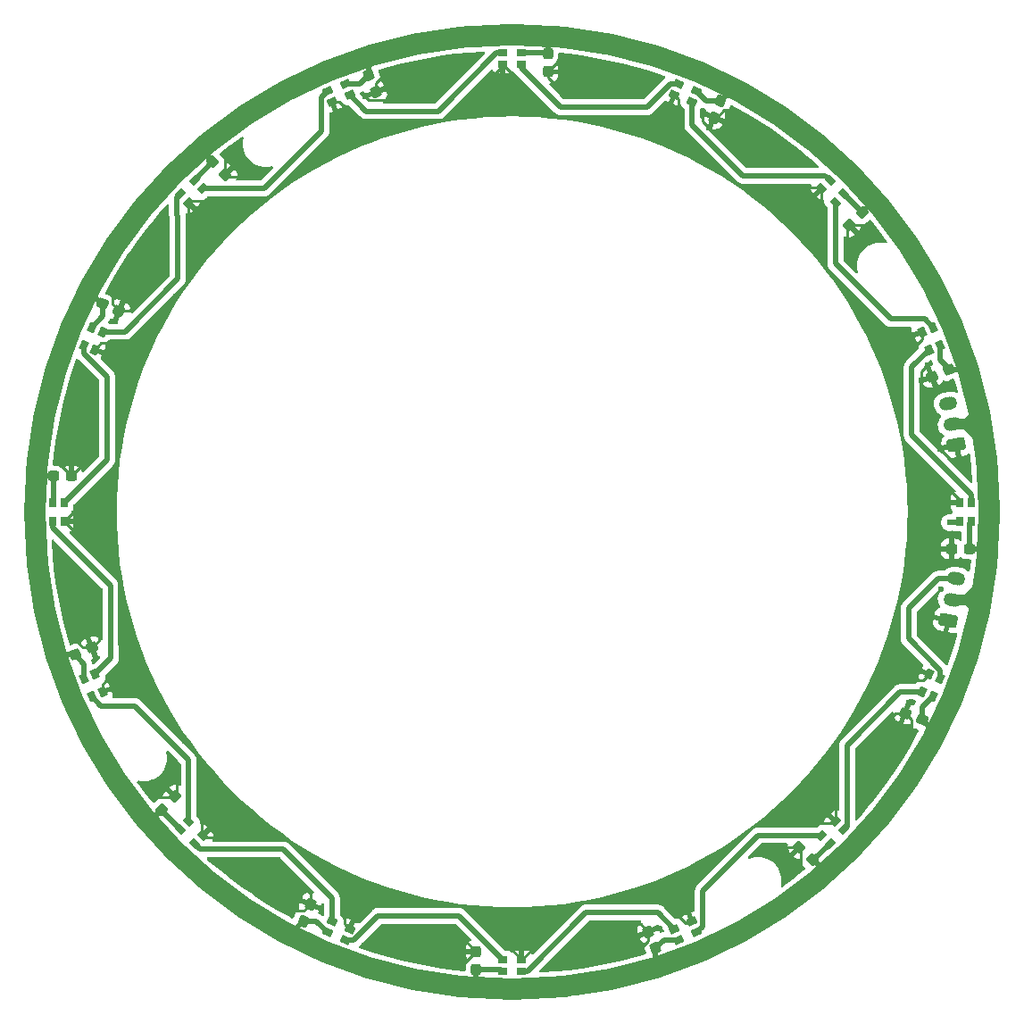
<source format=gbr>
%TF.GenerationSoftware,KiCad,Pcbnew,7.0.1*%
%TF.CreationDate,2024-02-10T23:33:58+09:00*%
%TF.ProjectId,LED_lighting_large,4c45445f-6c69-4676-9874-696e675f6c61,rev?*%
%TF.SameCoordinates,Original*%
%TF.FileFunction,Copper,L1,Top*%
%TF.FilePolarity,Positive*%
%FSLAX46Y46*%
G04 Gerber Fmt 4.6, Leading zero omitted, Abs format (unit mm)*
G04 Created by KiCad (PCBNEW 7.0.1) date 2024-02-10 23:33:58*
%MOMM*%
%LPD*%
G01*
G04 APERTURE LIST*
G04 Aperture macros list*
%AMRoundRect*
0 Rectangle with rounded corners*
0 $1 Rounding radius*
0 $2 $3 $4 $5 $6 $7 $8 $9 X,Y pos of 4 corners*
0 Add a 4 corners polygon primitive as box body*
4,1,4,$2,$3,$4,$5,$6,$7,$8,$9,$2,$3,0*
0 Add four circle primitives for the rounded corners*
1,1,$1+$1,$2,$3*
1,1,$1+$1,$4,$5*
1,1,$1+$1,$6,$7*
1,1,$1+$1,$8,$9*
0 Add four rect primitives between the rounded corners*
20,1,$1+$1,$2,$3,$4,$5,0*
20,1,$1+$1,$4,$5,$6,$7,0*
20,1,$1+$1,$6,$7,$8,$9,0*
20,1,$1+$1,$8,$9,$2,$3,0*%
%AMHorizOval*
0 Thick line with rounded ends*
0 $1 width*
0 $2 $3 position (X,Y) of the first rounded end (center of the circle)*
0 $4 $5 position (X,Y) of the second rounded end (center of the circle)*
0 Add line between two ends*
20,1,$1,$2,$3,$4,$5,0*
0 Add two circle primitives to create the rounded ends*
1,1,$1,$2,$3*
1,1,$1,$4,$5*%
%AMRotRect*
0 Rectangle, with rotation*
0 The origin of the aperture is its center*
0 $1 length*
0 $2 width*
0 $3 Rotation angle, in degrees counterclockwise*
0 Add horizontal line*
21,1,$1,$2,0,0,$3*%
G04 Aperture macros list end*
%TA.AperFunction,SMDPad,CuDef*%
%ADD10RoundRect,0.237500X-0.334226X0.186277X-0.104616X-0.368051X0.334226X-0.186277X0.104616X0.368051X0*%
%TD*%
%TA.AperFunction,SMDPad,CuDef*%
%ADD11RoundRect,0.237500X-0.104616X0.368051X-0.334226X-0.186277X0.104616X-0.368051X0.334226X0.186277X0*%
%TD*%
%TA.AperFunction,SMDPad,CuDef*%
%ADD12RoundRect,0.237500X0.380070X-0.044194X-0.044194X0.380070X-0.380070X0.044194X0.044194X-0.380070X0*%
%TD*%
%TA.AperFunction,SMDPad,CuDef*%
%ADD13RotRect,0.900000X0.700000X247.500000*%
%TD*%
%TA.AperFunction,SMDPad,CuDef*%
%ADD14RotRect,0.900000X0.700000X202.500000*%
%TD*%
%TA.AperFunction,SMDPad,CuDef*%
%ADD15R,0.700000X0.900000*%
%TD*%
%TA.AperFunction,SMDPad,CuDef*%
%ADD16RoundRect,0.237500X0.186277X0.334226X-0.368051X0.104616X-0.186277X-0.334226X0.368051X-0.104616X0*%
%TD*%
%TA.AperFunction,SMDPad,CuDef*%
%ADD17RotRect,0.900000X0.700000X292.500000*%
%TD*%
%TA.AperFunction,SMDPad,CuDef*%
%ADD18RotRect,0.900000X0.700000X22.500000*%
%TD*%
%TA.AperFunction,SMDPad,CuDef*%
%ADD19RoundRect,0.237500X0.044194X0.380070X-0.380070X-0.044194X-0.044194X-0.380070X0.380070X0.044194X0*%
%TD*%
%TA.AperFunction,SMDPad,CuDef*%
%ADD20R,0.900000X0.700000*%
%TD*%
%TA.AperFunction,SMDPad,CuDef*%
%ADD21RotRect,0.900000X0.700000X315.000000*%
%TD*%
%TA.AperFunction,SMDPad,CuDef*%
%ADD22RoundRect,0.237500X0.334226X-0.186277X0.104616X0.368051X-0.334226X0.186277X-0.104616X-0.368051X0*%
%TD*%
%TA.AperFunction,SMDPad,CuDef*%
%ADD23RoundRect,0.237500X-0.186277X-0.334226X0.368051X-0.104616X0.186277X0.334226X-0.368051X0.104616X0*%
%TD*%
%TA.AperFunction,SMDPad,CuDef*%
%ADD24RotRect,0.900000X0.700000X112.500000*%
%TD*%
%TA.AperFunction,SMDPad,CuDef*%
%ADD25RoundRect,0.237500X-0.300000X-0.237500X0.300000X-0.237500X0.300000X0.237500X-0.300000X0.237500X0*%
%TD*%
%TA.AperFunction,SMDPad,CuDef*%
%ADD26RotRect,0.900000X0.700000X157.500000*%
%TD*%
%TA.AperFunction,SMDPad,CuDef*%
%ADD27RoundRect,0.237500X0.300000X0.237500X-0.300000X0.237500X-0.300000X-0.237500X0.300000X-0.237500X0*%
%TD*%
%TA.AperFunction,SMDPad,CuDef*%
%ADD28RotRect,0.900000X0.700000X225.000000*%
%TD*%
%TA.AperFunction,SMDPad,CuDef*%
%ADD29RotRect,0.900000X0.700000X337.500000*%
%TD*%
%TA.AperFunction,SMDPad,CuDef*%
%ADD30RoundRect,0.237500X-0.237500X0.300000X-0.237500X-0.300000X0.237500X-0.300000X0.237500X0.300000X0*%
%TD*%
%TA.AperFunction,SMDPad,CuDef*%
%ADD31RoundRect,0.237500X0.368051X0.104616X-0.186277X0.334226X-0.368051X-0.104616X0.186277X-0.334226X0*%
%TD*%
%TA.AperFunction,SMDPad,CuDef*%
%ADD32RotRect,0.900000X0.700000X45.000000*%
%TD*%
%TA.AperFunction,SMDPad,CuDef*%
%ADD33RoundRect,0.237500X-0.044194X-0.380070X0.380070X0.044194X0.044194X0.380070X-0.380070X-0.044194X0*%
%TD*%
%TA.AperFunction,SMDPad,CuDef*%
%ADD34RoundRect,0.237500X0.104616X-0.368051X0.334226X0.186277X-0.104616X0.368051X-0.334226X-0.186277X0*%
%TD*%
%TA.AperFunction,SMDPad,CuDef*%
%ADD35RoundRect,0.237500X-0.368051X-0.104616X0.186277X-0.334226X0.368051X0.104616X-0.186277X0.334226X0*%
%TD*%
%TA.AperFunction,SMDPad,CuDef*%
%ADD36RotRect,0.900000X0.700000X135.000000*%
%TD*%
%TA.AperFunction,SMDPad,CuDef*%
%ADD37RotRect,0.900000X0.700000X67.500000*%
%TD*%
%TA.AperFunction,SMDPad,CuDef*%
%ADD38RoundRect,0.237500X-0.380070X0.044194X0.044194X-0.380070X0.380070X-0.044194X-0.044194X0.380070X0*%
%TD*%
%TA.AperFunction,SMDPad,CuDef*%
%ADD39RoundRect,0.237500X0.237500X-0.300000X0.237500X0.300000X-0.237500X0.300000X-0.237500X-0.300000X0*%
%TD*%
%TA.AperFunction,ComponentPad*%
%ADD40RoundRect,0.250000X0.544709X-0.465206X0.681272X0.221343X-0.544709X0.465206X-0.681272X-0.221343X0*%
%TD*%
%TA.AperFunction,ComponentPad*%
%ADD41HorizOval,1.200000X-0.269716X0.053650X0.269716X-0.053650X0*%
%TD*%
%TA.AperFunction,ComponentPad*%
%ADD42RoundRect,0.250000X0.681272X-0.221343X0.544709X0.465206X-0.681272X0.221343X-0.544709X-0.465206X0*%
%TD*%
%TA.AperFunction,ComponentPad*%
%ADD43HorizOval,1.200000X0.269716X0.053650X-0.269716X-0.053650X0*%
%TD*%
%TA.AperFunction,ViaPad*%
%ADD44C,0.600000*%
%TD*%
%TA.AperFunction,Conductor*%
%ADD45C,0.250000*%
%TD*%
%TA.AperFunction,Conductor*%
%ADD46C,0.500000*%
%TD*%
%TA.AperFunction,Conductor*%
%ADD47C,1.000000*%
%TD*%
%TA.AperFunction,Conductor*%
%ADD48C,2.000000*%
%TD*%
G04 APERTURE END LIST*
D10*
%TO.P,C6,1*%
%TO.N,VDD*%
X-13592564Y41396846D03*
%TO.P,C6,2*%
%TO.N,GND*%
X-12932436Y39803154D03*
%TD*%
D11*
%TO.P,C4,1*%
%TO.N,VDD*%
X19800000Y39000000D03*
%TO.P,C4,2*%
%TO.N,GND*%
X19139872Y37406308D03*
%TD*%
D12*
%TO.P,C15,1*%
%TO.N,VDD*%
X28472380Y-33009880D03*
%TO.P,C15,2*%
%TO.N,GND*%
X27252620Y-31790120D03*
%TD*%
D13*
%TO.P,D16,1,DOUT*%
%TO.N,DOUT*%
X40585109Y-15820514D03*
%TO.P,D16,2,GND*%
%TO.N,GND*%
X39568842Y-15399562D03*
%TO.P,D16,3,DIN*%
%TO.N,Net-(D15-DOUT)*%
X38868531Y-17090262D03*
%TO.P,D16,4,VDD*%
%TO.N,VDD*%
X39884798Y-17511214D03*
%TD*%
D14*
%TO.P,D14,1,DOUT*%
%TO.N,Net-(D14-DOUT)*%
X17511214Y-39884798D03*
%TO.P,D14,2,GND*%
%TO.N,GND*%
X17090262Y-38868531D03*
%TO.P,D14,3,DIN*%
%TO.N,Net-(D13-DOUT)*%
X15399562Y-39568842D03*
%TO.P,D14,4,VDD*%
%TO.N,VDD*%
X15820514Y-40585109D03*
%TD*%
D15*
%TO.P,D1,1,DOUT*%
%TO.N,Net-(D1-DOUT)*%
X43550000Y915000D03*
%TO.P,D1,2,GND*%
%TO.N,GND*%
X42450000Y915000D03*
%TO.P,D1,3,DIN*%
%TO.N,DIN*%
X42450000Y-915000D03*
%TO.P,D1,4,VDD*%
%TO.N,VDD*%
X43550000Y-915000D03*
%TD*%
D16*
%TO.P,C2,1*%
%TO.N,VDD*%
X41400000Y13500000D03*
%TO.P,C2,2*%
%TO.N,GND*%
X39806308Y12839872D03*
%TD*%
D17*
%TO.P,D2,1,DOUT*%
%TO.N,Net-(D2-DOUT)*%
X39884798Y17511214D03*
%TO.P,D2,2,GND*%
%TO.N,GND*%
X38868531Y17090262D03*
%TO.P,D2,3,DIN*%
%TO.N,Net-(D1-DOUT)*%
X39568842Y15399562D03*
%TO.P,D2,4,VDD*%
%TO.N,VDD*%
X40585109Y15820514D03*
%TD*%
D18*
%TO.P,D6,1,DOUT*%
%TO.N,Net-(D6-DOUT)*%
X-17511214Y39884798D03*
%TO.P,D6,2,GND*%
%TO.N,GND*%
X-17090262Y38868531D03*
%TO.P,D6,3,DIN*%
%TO.N,Net-(D5-DOUT)*%
X-15399562Y39568842D03*
%TO.P,D6,4,VDD*%
%TO.N,VDD*%
X-15820514Y40585109D03*
%TD*%
D19*
%TO.P,C3,1*%
%TO.N,VDD*%
X33200000Y28400000D03*
%TO.P,C3,2*%
%TO.N,GND*%
X31980240Y27180240D03*
%TD*%
D20*
%TO.P,D13,1,DOUT*%
%TO.N,Net-(D13-DOUT)*%
X915000Y-43550000D03*
%TO.P,D13,2,GND*%
%TO.N,GND*%
X915000Y-42450000D03*
%TO.P,D13,3,DIN*%
%TO.N,Net-(D12-DOUT)*%
X-915000Y-42450000D03*
%TO.P,D13,4,VDD*%
%TO.N,VDD*%
X-915000Y-43550000D03*
%TD*%
D21*
%TO.P,D3,1,DOUT*%
%TO.N,Net-(D3-DOUT)*%
X30147498Y31441503D03*
%TO.P,D3,2,GND*%
%TO.N,GND*%
X29369681Y30663686D03*
%TO.P,D3,3,DIN*%
%TO.N,Net-(D2-DOUT)*%
X30663686Y29369681D03*
%TO.P,D3,4,VDD*%
%TO.N,VDD*%
X31441503Y30147498D03*
%TD*%
D22*
%TO.P,C14,1*%
%TO.N,VDD*%
X13592564Y-41396846D03*
%TO.P,C14,2*%
%TO.N,GND*%
X12932436Y-39803154D03*
%TD*%
D23*
%TO.P,C10,1*%
%TO.N,VDD*%
X-41459346Y-13530064D03*
%TO.P,C10,2*%
%TO.N,GND*%
X-39865654Y-12869936D03*
%TD*%
D24*
%TO.P,D10,1,DOUT*%
%TO.N,Net-(D10-DOUT)*%
X-39884798Y-17511214D03*
%TO.P,D10,2,GND*%
%TO.N,GND*%
X-38868531Y-17090262D03*
%TO.P,D10,3,DIN*%
%TO.N,Net-(D10-DIN)*%
X-39568842Y-15399562D03*
%TO.P,D10,4,VDD*%
%TO.N,VDD*%
X-40585109Y-15820514D03*
%TD*%
D25*
%TO.P,C9,1*%
%TO.N,VDD*%
X-43525000Y3400000D03*
%TO.P,C9,2*%
%TO.N,GND*%
X-41800000Y3400000D03*
%TD*%
D26*
%TO.P,D12,1,DOUT*%
%TO.N,Net-(D12-DOUT)*%
X-15820514Y-40585109D03*
%TO.P,D12,2,GND*%
%TO.N,GND*%
X-15399562Y-39568842D03*
%TO.P,D12,3,DIN*%
%TO.N,Net-(D11-DOUT)*%
X-17090262Y-38868531D03*
%TO.P,D12,4,VDD*%
%TO.N,VDD*%
X-17511214Y-39884798D03*
%TD*%
D27*
%TO.P,C1,1*%
%TO.N,VDD*%
X43400000Y-3500000D03*
%TO.P,C1,2*%
%TO.N,GND*%
X41675000Y-3500000D03*
%TD*%
D28*
%TO.P,D15,1,DOUT*%
%TO.N,Net-(D15-DOUT)*%
X31441503Y-30147498D03*
%TO.P,D15,2,GND*%
%TO.N,GND*%
X30663686Y-29369681D03*
%TO.P,D15,3,DIN*%
%TO.N,Net-(D14-DOUT)*%
X29369681Y-30663686D03*
%TO.P,D15,4,VDD*%
%TO.N,VDD*%
X30147498Y-31441503D03*
%TD*%
D29*
%TO.P,D4,1,DOUT*%
%TO.N,Net-(D4-DOUT)*%
X15820514Y40585109D03*
%TO.P,D4,2,GND*%
%TO.N,GND*%
X15399562Y39568842D03*
%TO.P,D4,3,DIN*%
%TO.N,Net-(D3-DOUT)*%
X17090262Y38868531D03*
%TO.P,D4,4,VDD*%
%TO.N,VDD*%
X17511214Y39884798D03*
%TD*%
D30*
%TO.P,C5,1*%
%TO.N,VDD*%
X3400000Y43462500D03*
%TO.P,C5,2*%
%TO.N,GND*%
X3400000Y41737500D03*
%TD*%
D31*
%TO.P,C16,1*%
%TO.N,VDD*%
X38859346Y-19730064D03*
%TO.P,C16,2*%
%TO.N,GND*%
X37265654Y-19069936D03*
%TD*%
D32*
%TO.P,D7,1,DOUT*%
%TO.N,Net-(D7-DOUT)*%
X-31441503Y30147498D03*
%TO.P,D7,2,GND*%
%TO.N,GND*%
X-30663686Y29369681D03*
%TO.P,D7,3,DIN*%
%TO.N,Net-(D6-DOUT)*%
X-29369681Y30663686D03*
%TO.P,D7,4,VDD*%
%TO.N,VDD*%
X-30147498Y31441503D03*
%TD*%
D33*
%TO.P,C11,1*%
%TO.N,VDD*%
X-33219760Y-28219760D03*
%TO.P,C11,2*%
%TO.N,GND*%
X-32000000Y-27000000D03*
%TD*%
D15*
%TO.P,D9,1,DOUT*%
%TO.N,Net-(D10-DIN)*%
X-43550000Y-915000D03*
%TO.P,D9,2,GND*%
%TO.N,GND*%
X-42450000Y-915000D03*
%TO.P,D9,3,DIN*%
%TO.N,Net-(D8-DOUT)*%
X-42450000Y915000D03*
%TO.P,D9,4,VDD*%
%TO.N,VDD*%
X-43550000Y915000D03*
%TD*%
D34*
%TO.P,C12,1*%
%TO.N,VDD*%
X-19792564Y-38796846D03*
%TO.P,C12,2*%
%TO.N,GND*%
X-19132436Y-37203154D03*
%TD*%
D35*
%TO.P,C8,1*%
%TO.N,VDD*%
X-38859346Y19730064D03*
%TO.P,C8,2*%
%TO.N,GND*%
X-37265654Y19069936D03*
%TD*%
D36*
%TO.P,D11,1,DOUT*%
%TO.N,Net-(D11-DOUT)*%
X-30147498Y-31441503D03*
%TO.P,D11,2,GND*%
%TO.N,GND*%
X-29369681Y-30663686D03*
%TO.P,D11,3,DIN*%
%TO.N,Net-(D10-DOUT)*%
X-30663686Y-29369681D03*
%TO.P,D11,4,VDD*%
%TO.N,VDD*%
X-31441503Y-30147498D03*
%TD*%
D20*
%TO.P,D5,1,DOUT*%
%TO.N,Net-(D5-DOUT)*%
X-915000Y43550000D03*
%TO.P,D5,2,GND*%
%TO.N,GND*%
X-915000Y42450000D03*
%TO.P,D5,3,DIN*%
%TO.N,Net-(D4-DOUT)*%
X915000Y42450000D03*
%TO.P,D5,4,VDD*%
%TO.N,VDD*%
X915000Y43550000D03*
%TD*%
D37*
%TO.P,D8,1,DOUT*%
%TO.N,Net-(D8-DOUT)*%
X-40585109Y15820514D03*
%TO.P,D8,2,GND*%
%TO.N,GND*%
X-39568842Y15399562D03*
%TO.P,D8,3,DIN*%
%TO.N,Net-(D7-DOUT)*%
X-38868531Y17090262D03*
%TO.P,D8,4,VDD*%
%TO.N,VDD*%
X-39884798Y17511214D03*
%TD*%
D38*
%TO.P,C7,1*%
%TO.N,VDD*%
X-28409880Y33209880D03*
%TO.P,C7,2*%
%TO.N,GND*%
X-27190120Y31990120D03*
%TD*%
D39*
%TO.P,C13,1*%
%TO.N,VDD*%
X-3400000Y-43400000D03*
%TO.P,C13,2*%
%TO.N,GND*%
X-3400000Y-41675000D03*
%TD*%
D40*
%TO.P,J2,1,Pin_1*%
%TO.N,GND*%
X41361849Y-10266566D03*
D41*
%TO.P,J2,2,Pin_2*%
%TO.N,VDD*%
X41752029Y-8304995D03*
%TO.P,J2,3,Pin_3*%
%TO.N,DOUT*%
X42142210Y-6343425D03*
%TD*%
D42*
%TO.P,J1,1,Pin_1*%
%TO.N,GND*%
X42142210Y6343425D03*
D43*
%TO.P,J1,2,Pin_2*%
%TO.N,VDD*%
X41752029Y8304995D03*
%TO.P,J1,3,Pin_3*%
%TO.N,DIN*%
X41361849Y10266566D03*
%TD*%
D44*
%TO.N,GND*%
X-15100000Y-35300000D03*
X43100000Y5000000D03*
X18700000Y36400000D03*
X40100000Y-8900000D03*
X34900000Y25900000D03*
X38700000Y-11500000D03*
X-37700000Y18100000D03*
X6300000Y37300000D03*
X-23400000Y32400000D03*
X-43100000Y4800000D03*
X-27900000Y-30900000D03*
X-39200000Y-7500000D03*
X-29400000Y-28800000D03*
X35500000Y-14600000D03*
X-34900000Y-25900000D03*
X25900000Y-34900000D03*
X32900000Y-22600000D03*
X-1900000Y41300000D03*
X30900000Y21800000D03*
X-11700000Y39100000D03*
X42300000Y-2300000D03*
X31800000Y25700000D03*
X4100000Y40500000D03*
X27900000Y30800000D03*
X5100000Y39600000D03*
X-18100000Y-37700000D03*
X-41100000Y13900000D03*
X39400000Y13900000D03*
X38000000Y-16000000D03*
X38800000Y12500000D03*
X-21000000Y-38000000D03*
X-7500000Y39200000D03*
X-39600000Y12300000D03*
X41700000Y11900000D03*
X37300000Y6400000D03*
X37900000Y-18000000D03*
X32900000Y-28400000D03*
X-39200000Y-11500000D03*
X-31900000Y20400000D03*
X-13900000Y39400000D03*
X-22200000Y-33100000D03*
X26800000Y27500000D03*
X-15900000Y-38100000D03*
X-40600000Y4400000D03*
X14000000Y-39500000D03*
X-4400000Y-40600000D03*
X-41700000Y-12200000D03*
X18100000Y37800000D03*
X-8400000Y36900000D03*
X22500000Y33200000D03*
X20600000Y31700000D03*
X25700000Y-31800000D03*
X35900000Y-19500000D03*
X27400000Y-33800000D03*
X43200000Y3600000D03*
X-28100000Y-33100000D03*
X15100000Y-35300000D03*
X-32800000Y22600000D03*
X-25700000Y31800000D03*
X-12300000Y41700000D03*
X0Y41300000D03*
X15700000Y-38200000D03*
X-34000000Y-27100000D03*
X29300000Y29100000D03*
X12200000Y-41600000D03*
X38400000Y0D03*
X-43300000Y-3400000D03*
X23300000Y-32300000D03*
X-15000000Y35300000D03*
X27300000Y-27100000D03*
X-38100000Y16000000D03*
X3300000Y-43300000D03*
X32400000Y23400000D03*
X12400000Y39600000D03*
X-35400000Y-14900000D03*
X28300000Y33000000D03*
X8200000Y-36900000D03*
X-28800000Y29500000D03*
X-41200000Y500000D03*
X-4700000Y-43000000D03*
X38100000Y-20900000D03*
X-37000000Y-7800000D03*
X-35400000Y14900000D03*
X31500000Y-20900000D03*
X38700000Y-9600000D03*
X-39500000Y5600000D03*
X36500000Y-10200000D03*
X-14000000Y-41100000D03*
X41500000Y2100000D03*
X-32400000Y-23400000D03*
X30600000Y-27900000D03*
X-25900000Y35000000D03*
X20900000Y38100000D03*
X-38400000Y-200000D03*
X43100000Y-4900000D03*
X38200000Y15700000D03*
X-39500000Y-13900000D03*
X-3500000Y43200000D03*
X28800000Y-29500000D03*
X-38100000Y20900000D03*
X13800000Y41100000D03*
X-400000Y-41200000D03*
X11600000Y-39100000D03*
X-37300000Y6200000D03*
X-35800000Y19600000D03*
X21100000Y-31400000D03*
X-21200000Y31400000D03*
X-200000Y38400000D03*
X-31800000Y-25500000D03*
X33800000Y27200000D03*
X-41400000Y-2000000D03*
X-38200000Y-15700000D03*
X15800000Y38300000D03*
X7500000Y-39100000D03*
X-15700000Y38200000D03*
X-20200000Y-32000000D03*
X-30600000Y27900000D03*
X4800000Y43100000D03*
X-19500000Y-35800000D03*
X41100000Y-13900000D03*
X41800000Y-11900000D03*
X-27300000Y27000000D03*
X40700000Y-7300000D03*
X-27200000Y33900000D03*
X2000000Y-41400000D03*
X14400000Y35500000D03*
X-32900000Y28400000D03*
X40600000Y6000000D03*
X-31000000Y-21700000D03*
X-27000000Y-27300000D03*
X-12200000Y-39400000D03*
X42000000Y4800000D03*
X-6700000Y-37200000D03*
X-5600000Y-39400000D03*
X35400000Y14900000D03*
%TO.N,DIN*%
X41500000Y-1000000D03*
%TD*%
D45*
%TO.N,GND*%
X-15900000Y-39068404D02*
X-15399562Y-39568842D01*
X29233367Y30800000D02*
X29369681Y30663686D01*
X-13600000Y39100000D02*
X-13900000Y39400000D01*
X37265654Y-19069936D02*
X36330064Y-19069936D01*
X41800000Y4800000D02*
X40600000Y6000000D01*
X-19759958Y-37830676D02*
X-20069324Y-37830676D01*
X-38968404Y16000000D02*
X-39568842Y15399562D01*
X30663686Y-27963686D02*
X30600000Y-27900000D01*
X31800000Y25700000D02*
X31800000Y27000000D01*
X11600000Y-39100000D02*
X12229282Y-39100000D01*
X-40730064Y-12869936D02*
X-41400000Y-12200000D01*
X-4700000Y-42975000D02*
X-3400000Y-41675000D01*
X950000Y-42450000D02*
X2000000Y-41400000D01*
X-27200000Y33900000D02*
X-27200000Y32000000D01*
X-41200000Y500000D02*
X-41200000Y335000D01*
X-38868531Y-17090262D02*
X-38868531Y-16368531D01*
X-29133367Y-30900000D02*
X-29369681Y-30663686D01*
X37900000Y-20200000D02*
X37900000Y-20700000D01*
X37900000Y-20700000D02*
X38100000Y-20900000D01*
X0Y41300000D02*
X0Y41535000D01*
X-41200000Y335000D02*
X-42450000Y-915000D01*
X4762500Y43100000D02*
X3400000Y41737500D01*
X-37911926Y19763519D02*
X-37911926Y20711926D01*
X27400000Y-31937500D02*
X27252620Y-31790120D01*
X18100000Y37000000D02*
X18700000Y36400000D01*
X-915000Y42285000D02*
X-1900000Y41300000D01*
X-40800000Y4400000D02*
X-41800000Y3400000D01*
X-31800000Y-25500000D02*
X-31800000Y-26800000D01*
X27900000Y30800000D02*
X29233367Y30800000D01*
X33780240Y27180240D02*
X33800000Y27200000D01*
X30533367Y-29500000D02*
X30663686Y-29369681D01*
X-37269936Y19069936D02*
X-37927037Y19727037D01*
X-30663686Y29369681D02*
X-30663686Y27963686D01*
X-27000000Y31800000D02*
X-27190120Y31990120D01*
X38000000Y-16000000D02*
X38968404Y-16000000D01*
X-15700000Y38200000D02*
X-16368531Y38868531D01*
X-20100000Y-37800000D02*
X-20800000Y-37800000D01*
X25700000Y-31800000D02*
X27242740Y-31800000D01*
X-32100000Y-27100000D02*
X-32000000Y-27000000D01*
X-19132436Y-37203154D02*
X-19132436Y-36167564D01*
X-41400000Y-1965000D02*
X-42450000Y-915000D01*
X31980240Y27180240D02*
X33780240Y27180240D01*
X915000Y-42450000D02*
X950000Y-42450000D01*
X-37265654Y19069936D02*
X-36330064Y19069936D01*
X31800000Y27000000D02*
X31980240Y27180240D01*
X18100000Y37800000D02*
X18100000Y37000000D01*
X-28800000Y29500000D02*
X-30533367Y29500000D01*
X38968404Y-16000000D02*
X39568842Y-15399562D01*
X27400000Y-33800000D02*
X27400000Y-31937500D01*
X15700000Y-38200000D02*
X16500000Y-39000000D01*
X-12932436Y39803154D02*
X-12932436Y40667564D01*
X-43100000Y4700000D02*
X-41800000Y3400000D01*
X-4700000Y-43000000D02*
X-4700000Y-42975000D01*
X4800000Y43100000D02*
X4762500Y43100000D01*
X-4400000Y-40600000D02*
X-4400000Y-40675000D01*
X29369681Y30663686D02*
X29336314Y30663686D01*
X42450000Y915000D02*
X42450000Y1150000D01*
X20100000Y38100000D02*
X20900000Y38100000D01*
X3400000Y41737500D02*
X3400000Y41200000D01*
X38800000Y12500000D02*
X38800000Y13300000D01*
X38800000Y13300000D02*
X39400000Y13900000D01*
X-27200000Y32000000D02*
X-27190120Y31990120D01*
X-40600000Y4400000D02*
X-40800000Y4400000D01*
X28800000Y-29500000D02*
X30533367Y-29500000D01*
X-27900000Y-30900000D02*
X-29133367Y-30900000D01*
X15800000Y39168404D02*
X15399562Y39568842D01*
X-20069324Y-37830676D02*
X-20100000Y-37800000D01*
X-29400000Y-28800000D02*
X-29400000Y-30633367D01*
X29369681Y30663686D02*
X29369681Y29169681D01*
X37265654Y-19069936D02*
X37916229Y-19720511D01*
X-30533367Y29500000D02*
X-30663686Y29369681D01*
X-39200000Y-11500000D02*
X-39200000Y-12204282D01*
X-12932436Y40667564D02*
X-12300000Y41300000D01*
X-19132436Y-36167564D02*
X-19500000Y-35800000D01*
X16500000Y-39000000D02*
X16958793Y-39000000D01*
X-335000Y-41200000D02*
X915000Y-42450000D01*
X-34000000Y-27100000D02*
X-32100000Y-27100000D01*
X37916229Y-19720511D02*
X37916229Y-20183771D01*
X12932436Y-39803154D02*
X12932436Y-40667564D01*
X0Y41535000D02*
X-915000Y42450000D01*
X42000000Y4800000D02*
X41800000Y4800000D01*
X12200000Y-41400000D02*
X12200000Y-41600000D01*
X37916229Y-20183771D02*
X37900000Y-20200000D01*
X-38868531Y-16368531D02*
X-38200000Y-15700000D01*
X-37265654Y19069936D02*
X-37269936Y19069936D01*
X-41400000Y-2000000D02*
X-41400000Y-1965000D01*
X15800000Y38300000D02*
X15800000Y39168404D01*
X-19132436Y-37203154D02*
X-19759958Y-37830676D01*
X-400000Y-41200000D02*
X-335000Y-41200000D01*
X19139872Y37406308D02*
X19406308Y37406308D01*
X42450000Y1150000D02*
X41500000Y2100000D01*
X-31800000Y-26800000D02*
X-32000000Y-27000000D01*
X-4400000Y-40675000D02*
X-3400000Y-41675000D01*
X31980240Y27180240D02*
X32200000Y27400000D01*
X3400000Y41200000D02*
X4100000Y40500000D01*
X12932436Y-40667564D02*
X12200000Y-41400000D01*
X-37927037Y19727037D02*
X-37911926Y19763519D01*
X27242740Y-31800000D02*
X27252620Y-31790120D01*
X38868531Y16368531D02*
X38200000Y15700000D01*
X30663686Y-29369681D02*
X30663686Y-27963686D01*
X-11700000Y39100000D02*
X-13600000Y39100000D01*
X-25700000Y31800000D02*
X-27000000Y31800000D01*
X-37911926Y20711926D02*
X-38100000Y20900000D01*
X-30663686Y27963686D02*
X-30600000Y27900000D01*
X19406308Y37406308D02*
X20100000Y38100000D01*
X-29400000Y-30633367D02*
X-29369681Y-30663686D01*
X-41400000Y-12200000D02*
X-41700000Y-12200000D01*
X29369681Y29169681D02*
X29300000Y29100000D01*
X-12300000Y41300000D02*
X-12300000Y41700000D01*
X-43100000Y4800000D02*
X-43100000Y4700000D01*
X-20800000Y-37800000D02*
X-21000000Y-38000000D01*
X-38100000Y16000000D02*
X-38968404Y16000000D01*
X-39865654Y-12869936D02*
X-40730064Y-12869936D01*
X16958793Y-39000000D02*
X17090262Y-38868531D01*
X-36330064Y19069936D02*
X-35800000Y19600000D01*
X-915000Y42450000D02*
X-915000Y42285000D01*
X-15900000Y-38100000D02*
X-15900000Y-39068404D01*
X-16368531Y38868531D02*
X-17090262Y38868531D01*
X12229282Y-39100000D02*
X12932436Y-39803154D01*
X38868531Y17090262D02*
X38868531Y16368531D01*
X36330064Y-19069936D02*
X35900000Y-19500000D01*
X-39200000Y-12204282D02*
X-39865654Y-12869936D01*
D46*
%TO.N,Net-(D1-DOUT)*%
X43550000Y915000D02*
X43550000Y1650000D01*
X43550000Y1650000D02*
X37900000Y7300000D01*
X37900000Y7300000D02*
X37900000Y13730720D01*
X37900000Y13730720D02*
X39568842Y15399562D01*
%TO.N,DIN*%
X42365000Y-1000000D02*
X42450000Y-915000D01*
X41500000Y-1000000D02*
X42365000Y-1000000D01*
%TO.N,VDD*%
X3400000Y43462500D02*
X3400000Y44925132D01*
D47*
X41752029Y8304995D02*
X43094040Y8304995D01*
D46*
X13603154Y-41396846D02*
X14414891Y-40585109D01*
X-30147498Y31472262D02*
X-28409880Y33209880D01*
D47*
X43094724Y-8304995D02*
X43257143Y-8304995D01*
X41752029Y-8304995D02*
X43094724Y-8304995D01*
X43257143Y-8304995D02*
X44309930Y-9357782D01*
D46*
X40585109Y14414891D02*
X40585109Y15820514D01*
X-44953201Y3400000D02*
X-45153201Y3200000D01*
D47*
X43094040Y8219818D02*
X44813858Y6500000D01*
D46*
X-38859346Y19730064D02*
X-38859346Y18536666D01*
X43400000Y-3500000D02*
X45039614Y-3500000D01*
X-19792564Y-38796846D02*
X-18599166Y-38796846D01*
X-33219760Y-28369241D02*
X-31441503Y-30147498D01*
X18396012Y39000000D02*
X19800000Y39000000D01*
X-19792564Y-38796846D02*
X-19796846Y-38796846D01*
X33200000Y28400000D02*
X33189001Y28400000D01*
X13592564Y-41396846D02*
X13592564Y-42954071D01*
X-30147498Y31441503D02*
X-30147498Y31472262D01*
X-13592564Y41396846D02*
X-13592564Y43216712D01*
X-3400000Y-43400000D02*
X-3400000Y-45139614D01*
X41400000Y13600000D02*
X40585109Y14414891D01*
X38859346Y-19730064D02*
X38930064Y-19730064D01*
D48*
X45250000Y-250000D02*
X45250000Y250000D01*
D47*
X2000000Y45000000D02*
X2000000Y45215959D01*
D46*
X-41459346Y-13530064D02*
X-43154212Y-13530064D01*
X43400000Y-3500000D02*
X43400000Y-1065000D01*
X19800000Y39000000D02*
X20987105Y40187105D01*
D48*
X250000Y-45250000D02*
X-250000Y-45250000D01*
D46*
X14414891Y-40585109D02*
X15820514Y-40585109D01*
X43400000Y-1065000D02*
X43550000Y-915000D01*
X28472380Y-33009880D02*
X28609880Y-33009880D01*
X-38930064Y19730064D02*
X-40187105Y20987105D01*
X-15820514Y40585109D02*
X-14404301Y40585109D01*
X-43525000Y3400000D02*
X-43525000Y940000D01*
X38859346Y-18536666D02*
X39884798Y-17511214D01*
X-43525000Y3400000D02*
X-44953201Y3400000D01*
X28579121Y-33009880D02*
X30147498Y-31441503D01*
X-38859346Y18536666D02*
X-39884798Y17511214D01*
X-33219760Y-28219760D02*
X-34471443Y-29471443D01*
X-40585109Y-14404301D02*
X-41459346Y-13530064D01*
X33200000Y28400000D02*
X34271444Y29471444D01*
X28472380Y-33009880D02*
X28579121Y-33009880D01*
X41400000Y13500000D02*
X41400000Y13600000D01*
D48*
X44942700Y-5807300D02*
X44942700Y-5500000D01*
D46*
X13592564Y-41396846D02*
X13603154Y-41396846D01*
X-3400000Y-43400000D02*
X-1065000Y-43400000D01*
D47*
X-17511214Y-41261214D02*
X-17895914Y-41645914D01*
D48*
X250000Y45250000D02*
X-250000Y45250000D01*
D46*
X17511214Y39884798D02*
X18396012Y39000000D01*
X33189001Y28400000D02*
X31441503Y30147498D01*
X-19796846Y-38796846D02*
X-21118569Y-40118569D01*
X-14404301Y40585109D02*
X-13592564Y41396846D01*
X-33219760Y-28219760D02*
X-33219760Y-28369241D01*
X-43525000Y940000D02*
X-43550000Y915000D01*
X-1065000Y-43400000D02*
X-915000Y-43550000D01*
X-28409880Y33209880D02*
X-29579166Y34379166D01*
D47*
X43094724Y-8304995D02*
X44799719Y-6600000D01*
D46*
X3400000Y44925132D02*
X3600000Y45125132D01*
X34271444Y29471444D02*
X34471444Y29471444D01*
X28609880Y-33009880D02*
X29793660Y-34193660D01*
X915000Y43550000D02*
X3312500Y43550000D01*
X38859346Y-19730064D02*
X38859346Y-18536666D01*
X-18599166Y-38796846D02*
X-17511214Y-39884798D01*
D47*
X43094040Y8304995D02*
X44289045Y9500000D01*
X43094040Y8304995D02*
X43094040Y8219818D01*
D48*
X-45250000Y250000D02*
X-45250000Y-250000D01*
D46*
X41400000Y13500000D02*
X43124149Y13500000D01*
X3312500Y43550000D02*
X3400000Y43462500D01*
X38930064Y-19730064D02*
X40187105Y-20987105D01*
X45039614Y-3500000D02*
X45139614Y-3400000D01*
X-38859346Y19730064D02*
X-38930064Y19730064D01*
X-40585109Y-15820514D02*
X-40585109Y-14404301D01*
D48*
X-250000Y45250000D02*
G75*
G03*
X-45250000Y250000I-6J-44999994D01*
G01*
X250000Y-45250000D02*
G75*
G03*
X45250000Y-250000I0J45000000D01*
G01*
X-45250000Y-250000D02*
G75*
G03*
X-250000Y-45250000I45000001J1D01*
G01*
X45250000Y250000D02*
G75*
G03*
X250000Y45250000I-45000000J0D01*
G01*
D46*
%TO.N,Net-(D2-DOUT)*%
X39109421Y18286591D02*
X35913409Y18286591D01*
X30663686Y23536314D02*
X30663686Y29369681D01*
X35913409Y18286591D02*
X30663686Y23536314D01*
X39884798Y17511214D02*
X39109421Y18286591D01*
%TO.N,Net-(D3-DOUT)*%
X17090262Y36709738D02*
X17090262Y38868531D01*
X21900000Y31900000D02*
X17090262Y36709738D01*
X29689001Y31900000D02*
X21900000Y31900000D01*
X30147498Y31441503D02*
X29689001Y31900000D01*
%TO.N,Net-(D4-DOUT)*%
X915000Y42085000D02*
X915000Y42450000D01*
X15820514Y40585109D02*
X15002061Y40585109D01*
X4600000Y38400000D02*
X915000Y42085000D01*
X12816952Y38400000D02*
X4600000Y38400000D01*
X15002061Y40585109D02*
X12816952Y38400000D01*
%TO.N,Net-(D5-DOUT)*%
X-7000000Y38000000D02*
X-13830720Y38000000D01*
X-915000Y43550000D02*
X-1450000Y43550000D01*
X-1450000Y43550000D02*
X-7000000Y38000000D01*
X-13830720Y38000000D02*
X-15399562Y39568842D01*
%TO.N,Net-(D6-DOUT)*%
X-23536314Y30663686D02*
X-18089947Y36110053D01*
X-18089947Y36110053D02*
X-18089947Y39306065D01*
X-18089947Y39306065D02*
X-17511214Y39884798D01*
X-29369681Y30663686D02*
X-23536314Y30663686D01*
%TO.N,Net-(D7-DOUT)*%
X-38868531Y17090262D02*
X-36709738Y17090262D01*
X-31775000Y29814001D02*
X-31441503Y30147498D01*
X-31700000Y22100000D02*
X-31700000Y28086827D01*
X-31775000Y28161827D02*
X-31775000Y29814001D01*
X-31700000Y28086827D02*
X-31775000Y28161827D01*
X-36709738Y17090262D02*
X-31700000Y22100000D01*
%TO.N,Net-(D8-DOUT)*%
X-38400000Y12816952D02*
X-40585109Y15002061D01*
X-42450000Y915000D02*
X-38400000Y4965000D01*
X-40585109Y15002061D02*
X-40585109Y15820514D01*
X-38400000Y4965000D02*
X-38400000Y12816952D01*
%TO.N,Net-(D10-DIN)*%
X-38025000Y-12961828D02*
X-38100000Y-12886828D01*
X-38100000Y-6965000D02*
X-43550000Y-1515000D01*
X-39568842Y-15399562D02*
X-38025000Y-13855720D01*
X-43550000Y-1515000D02*
X-43550000Y-915000D01*
X-38025000Y-13855720D02*
X-38025000Y-12961828D01*
X-38100000Y-12886828D02*
X-38100000Y-6965000D01*
%TO.N,Net-(D10-DOUT)*%
X-35806433Y-18393567D02*
X-39002445Y-18393567D01*
X-39002445Y-18393567D02*
X-39884798Y-17511214D01*
X-30663686Y-23536314D02*
X-35806433Y-18393567D01*
X-30663686Y-29369681D02*
X-30663686Y-23536314D01*
%TO.N,Net-(D11-DOUT)*%
X-21700000Y-32000000D02*
X-29589001Y-32000000D01*
X-17090262Y-36609738D02*
X-21700000Y-32000000D01*
X-29589001Y-32000000D02*
X-30147498Y-31441503D01*
X-17090262Y-38868531D02*
X-17090262Y-36609738D01*
%TO.N,Net-(D12-DOUT)*%
X-5065000Y-38300000D02*
X-12716952Y-38300000D01*
X-15002061Y-40585109D02*
X-15820514Y-40585109D01*
X-12716952Y-38300000D02*
X-15002061Y-40585109D01*
X-915000Y-42450000D02*
X-5065000Y-38300000D01*
%TO.N,DOUT*%
X40585109Y-15002061D02*
X37600000Y-12016952D01*
X40585109Y-15820514D02*
X40585109Y-15002061D01*
X40406575Y-6343425D02*
X42142210Y-6343425D01*
X37600000Y-12016952D02*
X37600000Y-9150000D01*
X37600000Y-9150000D02*
X40406575Y-6343425D01*
%TO.N,Net-(D13-DOUT)*%
X13830720Y-38000000D02*
X15399562Y-39568842D01*
X7000000Y-38000000D02*
X13830720Y-38000000D01*
X1450000Y-43550000D02*
X7000000Y-38000000D01*
X915000Y-43550000D02*
X1450000Y-43550000D01*
%TO.N,Net-(D14-DOUT)*%
X17511214Y-39884798D02*
X18089947Y-39306065D01*
X18089947Y-39306065D02*
X18089947Y-35910053D01*
X23336314Y-30663686D02*
X29369681Y-30663686D01*
X18089947Y-35910053D02*
X23336314Y-30663686D01*
%TO.N,Net-(D15-DOUT)*%
X31441503Y-30147498D02*
X31759701Y-29829300D01*
X36791091Y-17090262D02*
X38868531Y-17090262D01*
X31759701Y-22121652D02*
X36791091Y-17090262D01*
X31759701Y-29829300D02*
X31759701Y-22121652D01*
%TD*%
%TA.AperFunction,Conductor*%
%TO.N,GND*%
G36*
X12219969Y-38767476D02*
G01*
X12265447Y-38813754D01*
X12281326Y-38876665D01*
X12263260Y-38938983D01*
X12216194Y-38983646D01*
X12181207Y-39002510D01*
X12050765Y-39115237D01*
X11949835Y-39255009D01*
X11883859Y-39414289D01*
X11856395Y-39584488D01*
X11868922Y-39756434D01*
X11898041Y-39853702D01*
X11935981Y-39945298D01*
X11935982Y-39945299D01*
X13067735Y-39476513D01*
X13741419Y-39197463D01*
X13770044Y-39158867D01*
X13824518Y-39133103D01*
X13884705Y-39136059D01*
X13936391Y-39167039D01*
X14376324Y-39606972D01*
X14403204Y-39647199D01*
X14412662Y-39670032D01*
X14421740Y-39726944D01*
X14404111Y-39781812D01*
X14363583Y-39822786D01*
X14308911Y-39841014D01*
X14260842Y-39845220D01*
X14241817Y-39849437D01*
X14170142Y-39875524D01*
X14166740Y-39876706D01*
X14139856Y-39885615D01*
X14074600Y-39889100D01*
X14016635Y-39858925D01*
X13982059Y-39803473D01*
X13966830Y-39752606D01*
X13928888Y-39661007D01*
X12831890Y-40115399D01*
X12831886Y-40115399D01*
X12127324Y-40407239D01*
X12165265Y-40498837D01*
X12213452Y-40588207D01*
X12326179Y-40718648D01*
X12465951Y-40819579D01*
X12484146Y-40827116D01*
X12535068Y-40866190D01*
X12559632Y-40925490D01*
X12551255Y-40989127D01*
X12543504Y-41007839D01*
X12534894Y-41061198D01*
X12517337Y-41170007D01*
X12516021Y-41178161D01*
X12528554Y-41350220D01*
X12557696Y-41447559D01*
X12697046Y-41783979D01*
X12704740Y-41852160D01*
X12675003Y-41913994D01*
X12616939Y-41950549D01*
X11717685Y-42210651D01*
X11714140Y-42211620D01*
X10469200Y-42532054D01*
X10465628Y-42532917D01*
X9211755Y-42816313D01*
X9208159Y-42817070D01*
X7946446Y-43063185D01*
X7942829Y-43063835D01*
X6674377Y-43272453D01*
X6670742Y-43272996D01*
X5396624Y-43443939D01*
X5392975Y-43444373D01*
X4114426Y-43577477D01*
X4110765Y-43577804D01*
X2828747Y-43672968D01*
X2825095Y-43673184D01*
X2704944Y-43678529D01*
X2686778Y-43679338D01*
X2628937Y-43667877D01*
X2582929Y-43630995D01*
X2559159Y-43577032D01*
X2563001Y-43518192D01*
X2593585Y-43467781D01*
X7274548Y-38786819D01*
X7314776Y-38759939D01*
X7362229Y-38750500D01*
X12157345Y-38750500D01*
X12219969Y-38767476D01*
G37*
%TD.AperFunction*%
%TA.AperFunction,Conductor*%
G36*
X-5379777Y-39059939D02*
G01*
X-5339548Y-39086819D01*
X-3921799Y-40504567D01*
X-3892358Y-40551532D01*
X-3886322Y-40606639D01*
X-3904904Y-40658868D01*
X-3944387Y-40697782D01*
X-4098040Y-40792556D01*
X-4219943Y-40914459D01*
X-4310453Y-41061198D01*
X-4364681Y-41224848D01*
X-4375000Y-41325853D01*
X-4375000Y-41425000D01*
X-3274000Y-41425000D01*
X-3212000Y-41441613D01*
X-3166613Y-41487000D01*
X-3150000Y-41549000D01*
X-3150000Y-41801000D01*
X-3166613Y-41863000D01*
X-3212000Y-41908387D01*
X-3274000Y-41925000D01*
X-4374999Y-41925000D01*
X-4374999Y-42024147D01*
X-4364681Y-42125150D01*
X-4310452Y-42288804D01*
X-4219945Y-42435536D01*
X-4206019Y-42449463D01*
X-4173923Y-42505052D01*
X-4173923Y-42569240D01*
X-4206019Y-42624829D01*
X-4220340Y-42639150D01*
X-4310908Y-42785984D01*
X-4329620Y-42842454D01*
X-4365174Y-42949747D01*
X-4375500Y-43050823D01*
X-4375499Y-43412719D01*
X-4394319Y-43478394D01*
X-4445067Y-43524134D01*
X-4512339Y-43536052D01*
X-5392975Y-43444373D01*
X-5396624Y-43443939D01*
X-6670742Y-43272996D01*
X-6674377Y-43272453D01*
X-7942828Y-43063835D01*
X-7946444Y-43063185D01*
X-9208158Y-42817070D01*
X-9211755Y-42816313D01*
X-10465627Y-42532917D01*
X-10469199Y-42532054D01*
X-11714140Y-42211620D01*
X-11717685Y-42210651D01*
X-12952555Y-41853475D01*
X-12956069Y-41852402D01*
X-14179822Y-41458786D01*
X-14183304Y-41457609D01*
X-14461166Y-41359058D01*
X-14511837Y-41325196D01*
X-14540255Y-41271284D01*
X-14539557Y-41210344D01*
X-14509910Y-41157097D01*
X-14464908Y-41109398D01*
X-14462395Y-41106811D01*
X-12442404Y-39086819D01*
X-12402176Y-39059939D01*
X-12354723Y-39050500D01*
X-5427230Y-39050500D01*
X-5379777Y-39059939D01*
G37*
%TD.AperFunction*%
%TA.AperFunction,Conductor*%
G36*
X-727000Y42682888D02*
G01*
X-681613Y42637501D01*
X-665000Y42575501D01*
X-665000Y41600000D01*
X-417176Y41600000D01*
X-357624Y41606402D01*
X-222910Y41656647D01*
X-107809Y41742811D01*
X-99578Y41753808D01*
X-55815Y41790380D01*
X-312Y41803496D01*
X55192Y41790380D01*
X98954Y41753807D01*
X107451Y41742455D01*
X222670Y41656203D01*
X287130Y41632160D01*
X328889Y41606173D01*
X390708Y41547849D01*
X393294Y41545336D01*
X4024272Y37914358D01*
X4036053Y37900727D01*
X4050392Y37881467D01*
X4088329Y37849633D01*
X4096289Y37842341D01*
X4100222Y37838408D01*
X4124545Y37819176D01*
X4127337Y37816902D01*
X4185744Y37767894D01*
X4202187Y37757418D01*
X4271294Y37725192D01*
X4274536Y37723622D01*
X4342692Y37689393D01*
X4361098Y37682996D01*
X4435788Y37667573D01*
X4439305Y37666793D01*
X4513505Y37649208D01*
X4532878Y37647229D01*
X4609131Y37649448D01*
X4612737Y37649500D01*
X12753246Y37649500D01*
X12771216Y37648191D01*
X12794975Y37644711D01*
X12844321Y37649028D01*
X12855128Y37649500D01*
X12860660Y37649500D01*
X12860661Y37649500D01*
X12878254Y37651556D01*
X12891448Y37653098D01*
X12895033Y37653464D01*
X12899084Y37653818D01*
X12969749Y37660001D01*
X12970993Y37660110D01*
X12990023Y37664329D01*
X12991203Y37664758D01*
X12991207Y37664759D01*
X13061694Y37690413D01*
X13065059Y37691582D01*
X13137476Y37715580D01*
X13155024Y37724075D01*
X13218736Y37765979D01*
X13221741Y37767894D01*
X13285608Y37807288D01*
X13286684Y37807952D01*
X13301782Y37820253D01*
X13302645Y37821168D01*
X13302648Y37821170D01*
X13354102Y37875708D01*
X13356615Y37878295D01*
X14443944Y38965624D01*
X14488291Y38994125D01*
X14540470Y39001627D01*
X14591050Y38986776D01*
X14614344Y38974056D01*
X14843310Y38879214D01*
X15177367Y39685699D01*
X15204247Y39725927D01*
X15276610Y39798290D01*
X15316838Y39825170D01*
X15364291Y39834609D01*
X15385253Y39834609D01*
X15432706Y39825170D01*
X15611450Y39751131D01*
X15662373Y39712056D01*
X15686936Y39652755D01*
X15678558Y39589117D01*
X15305251Y38687873D01*
X15534217Y38593032D01*
X15591677Y38576161D01*
X15735366Y38571028D01*
X15874677Y38606586D01*
X15886493Y38613597D01*
X15940920Y38630638D01*
X15997218Y38621515D01*
X16043477Y38588157D01*
X16069913Y38537621D01*
X16073420Y38523877D01*
X16146858Y38400103D01*
X16252195Y38302031D01*
X16275189Y38289476D01*
X16322404Y38243918D01*
X16339762Y38180644D01*
X16339762Y36773444D01*
X16338453Y36755474D01*
X16334973Y36731714D01*
X16339290Y36682369D01*
X16339762Y36671562D01*
X16339762Y36666029D01*
X16343360Y36635239D01*
X16343726Y36631655D01*
X16350371Y36555699D01*
X16354592Y36536659D01*
X16380683Y36464970D01*
X16381865Y36461569D01*
X16405841Y36389217D01*
X16414339Y36371663D01*
X16456232Y36307966D01*
X16458167Y36304928D01*
X16498205Y36240019D01*
X16510518Y36224902D01*
X16565970Y36172586D01*
X16568556Y36170074D01*
X21324272Y31414358D01*
X21336053Y31400727D01*
X21350392Y31381467D01*
X21388329Y31349633D01*
X21396289Y31342341D01*
X21400222Y31338408D01*
X21424545Y31319176D01*
X21427337Y31316902D01*
X21485744Y31267894D01*
X21502187Y31257418D01*
X21571294Y31225192D01*
X21574536Y31223622D01*
X21642692Y31189393D01*
X21661100Y31182995D01*
X21735777Y31167576D01*
X21739297Y31166796D01*
X21813507Y31149208D01*
X21832879Y31147229D01*
X21909132Y31149448D01*
X21912738Y31149500D01*
X28250946Y31149500D01*
X28310373Y31134332D01*
X28355262Y31092539D01*
X28374630Y31034345D01*
X28363740Y30973988D01*
X28319314Y30876712D01*
X28298854Y30734397D01*
X28319314Y30592081D01*
X28379043Y30461294D01*
X28416621Y30414663D01*
X28591864Y30239422D01*
X29281646Y30929204D01*
X29337233Y30961298D01*
X29401421Y30961298D01*
X29457008Y30929204D01*
X29635199Y30751013D01*
X29667293Y30695426D01*
X29667293Y30631238D01*
X29635199Y30575651D01*
X28945417Y29885869D01*
X29120658Y29710626D01*
X29167289Y29673048D01*
X29298076Y29613319D01*
X29440394Y29592858D01*
X29453991Y29594813D01*
X29510795Y29589729D01*
X29559316Y29559755D01*
X29589288Y29511234D01*
X29594372Y29454429D01*
X29592353Y29440392D01*
X29612835Y29297933D01*
X29672623Y29167018D01*
X29710238Y29120339D01*
X29748400Y29082178D01*
X29876869Y28953709D01*
X29903747Y28913484D01*
X29913186Y28866031D01*
X29913186Y23600020D01*
X29911877Y23582050D01*
X29908397Y23558290D01*
X29912714Y23508945D01*
X29913186Y23498138D01*
X29913186Y23492605D01*
X29916784Y23461815D01*
X29917150Y23458231D01*
X29923795Y23382275D01*
X29928016Y23363235D01*
X29954107Y23291546D01*
X29955289Y23288145D01*
X29979265Y23215793D01*
X29987763Y23198239D01*
X30029656Y23134542D01*
X30031591Y23131504D01*
X30071629Y23066595D01*
X30083943Y23051478D01*
X30139395Y22999161D01*
X30141981Y22996649D01*
X35337678Y17800953D01*
X35349458Y17787323D01*
X35363798Y17768062D01*
X35401746Y17736219D01*
X35409710Y17728922D01*
X35413635Y17724997D01*
X35437939Y17705779D01*
X35440730Y17703506D01*
X35499156Y17654482D01*
X35515585Y17644015D01*
X35584675Y17611797D01*
X35587917Y17610227D01*
X35656092Y17575989D01*
X35674504Y17569589D01*
X35749163Y17554173D01*
X35752682Y17553393D01*
X35826913Y17535800D01*
X35846285Y17533821D01*
X35922520Y17536039D01*
X35926125Y17536091D01*
X37747138Y17536091D01*
X37807856Y17520208D01*
X37853019Y17476629D01*
X37871059Y17416517D01*
X37875850Y17282376D01*
X37892721Y17224917D01*
X37987561Y16995951D01*
X37987562Y16995950D01*
X38866407Y17359980D01*
X38913860Y17369419D01*
X38961313Y17359980D01*
X39001541Y17333100D01*
X39046338Y17288303D01*
X39073218Y17248075D01*
X39147256Y17069332D01*
X39155634Y17005694D01*
X39131071Y16946393D01*
X39080148Y16907318D01*
X38178903Y16534010D01*
X38273744Y16305046D01*
X38302447Y16252482D01*
X38400418Y16147253D01*
X38524073Y16073885D01*
X38537383Y16070488D01*
X38587918Y16044053D01*
X38621275Y15997793D01*
X38630398Y15941496D01*
X38613357Y15887070D01*
X38606120Y15874872D01*
X38570527Y15735420D01*
X38575664Y15591588D01*
X38583045Y15566450D01*
X38584215Y15500850D01*
X38551748Y15443836D01*
X37414360Y14306448D01*
X37400727Y14294666D01*
X37381469Y14280329D01*
X37349631Y14242386D01*
X37342323Y14234411D01*
X37338409Y14230497D01*
X37319168Y14206162D01*
X37316890Y14203367D01*
X37267890Y14144971D01*
X37257422Y14128541D01*
X37225186Y14059411D01*
X37223615Y14056167D01*
X37189394Y13988026D01*
X37182997Y13969623D01*
X37167574Y13894931D01*
X37166794Y13891412D01*
X37149208Y13817210D01*
X37147229Y13797841D01*
X37149448Y13721589D01*
X37149500Y13717983D01*
X37149500Y7363706D01*
X37148191Y7345736D01*
X37144711Y7321976D01*
X37149028Y7272631D01*
X37149500Y7261824D01*
X37149500Y7256291D01*
X37153098Y7225501D01*
X37153464Y7221917D01*
X37160109Y7145961D01*
X37164330Y7126921D01*
X37190421Y7055232D01*
X37191603Y7051831D01*
X37215579Y6979479D01*
X37224077Y6961925D01*
X37265970Y6898228D01*
X37267905Y6895190D01*
X37307943Y6830281D01*
X37320257Y6815164D01*
X37375709Y6762847D01*
X37378295Y6760335D01*
X42068867Y2069764D01*
X42102112Y2009521D01*
X42098123Y1940830D01*
X42058127Y1884840D01*
X41994440Y1858793D01*
X41992624Y1858597D01*
X41857910Y1808352D01*
X41742811Y1722188D01*
X41656647Y1607089D01*
X41606402Y1472375D01*
X41600000Y1412824D01*
X41600000Y1165000D01*
X42575500Y1165000D01*
X42637500Y1148387D01*
X42682887Y1103000D01*
X42699500Y1041000D01*
X42699501Y789000D01*
X42682888Y727000D01*
X42637501Y681613D01*
X42575501Y665000D01*
X41600000Y665000D01*
X41600000Y417176D01*
X41606402Y357624D01*
X41656647Y222910D01*
X41742813Y107807D01*
X41753810Y99575D01*
X41790382Y55812D01*
X41803496Y309D01*
X41790379Y-55194D01*
X41753808Y-98953D01*
X41746609Y-104343D01*
X41742452Y-107455D01*
X41706110Y-156001D01*
X41656044Y-195510D01*
X41592962Y-204908D01*
X41500000Y-194434D01*
X41320748Y-214631D01*
X41320745Y-214631D01*
X41320745Y-214632D01*
X41150478Y-274211D01*
X41150476Y-274211D01*
X41150476Y-274212D01*
X40997735Y-370185D01*
X40870185Y-497735D01*
X40774212Y-650476D01*
X40774211Y-650478D01*
X40747435Y-727000D01*
X40714631Y-820748D01*
X40694434Y-999999D01*
X40714631Y-1179251D01*
X40714631Y-1179253D01*
X40714632Y-1179255D01*
X40774211Y-1349522D01*
X40774212Y-1349523D01*
X40870185Y-1502264D01*
X40997735Y-1629814D01*
X40997737Y-1629815D01*
X40997738Y-1629816D01*
X41150478Y-1725789D01*
X41320745Y-1785368D01*
X41500000Y-1805565D01*
X41679255Y-1785368D01*
X41717142Y-1772111D01*
X41776995Y-1766601D01*
X41832406Y-1789884D01*
X41857669Y-1808796D01*
X41992517Y-1859091D01*
X42052127Y-1865500D01*
X42525500Y-1865499D01*
X42587500Y-1882112D01*
X42632887Y-1927499D01*
X42649500Y-1989499D01*
X42649500Y-2594654D01*
X42635985Y-2650949D01*
X42598385Y-2694972D01*
X42544898Y-2717127D01*
X42487182Y-2712585D01*
X42437819Y-2682335D01*
X42435540Y-2680056D01*
X42288801Y-2589546D01*
X42125151Y-2535318D01*
X42024147Y-2525000D01*
X41925000Y-2525000D01*
X41925000Y-4474999D01*
X42024147Y-4474999D01*
X42125150Y-4464681D01*
X42288804Y-4410452D01*
X42435536Y-4319945D01*
X42449463Y-4306019D01*
X42505052Y-4273923D01*
X42569240Y-4273923D01*
X42624829Y-4306019D01*
X42639150Y-4320340D01*
X42785245Y-4410452D01*
X42785984Y-4410908D01*
X42949746Y-4465174D01*
X42959114Y-4466131D01*
X43050823Y-4475500D01*
X43402308Y-4475499D01*
X43467983Y-4494319D01*
X43513723Y-4545068D01*
X43525641Y-4612339D01*
X43460962Y-5233620D01*
X43457839Y-5251204D01*
X43457591Y-5252180D01*
X43452089Y-5318583D01*
X43451846Y-5321181D01*
X43444369Y-5393004D01*
X43443935Y-5396654D01*
X43421065Y-5567113D01*
X43394224Y-5629038D01*
X43338926Y-5667733D01*
X43271553Y-5671734D01*
X43212064Y-5639856D01*
X43100466Y-5532172D01*
X43100463Y-5532170D01*
X42924336Y-5417494D01*
X42924333Y-5417492D01*
X42924332Y-5417492D01*
X42729688Y-5338221D01*
X42035776Y-5200192D01*
X41879072Y-5184288D01*
X41669740Y-5203021D01*
X41467736Y-5261030D01*
X41280353Y-5356226D01*
X41114381Y-5485157D01*
X41056916Y-5550684D01*
X41014864Y-5581872D01*
X40963688Y-5592925D01*
X40470281Y-5592925D01*
X40452311Y-5591616D01*
X40438428Y-5589582D01*
X40428552Y-5588136D01*
X40428551Y-5588136D01*
X40379209Y-5592453D01*
X40368402Y-5592925D01*
X40362866Y-5592925D01*
X40332058Y-5596525D01*
X40328475Y-5596891D01*
X40252525Y-5603536D01*
X40233497Y-5607754D01*
X40161845Y-5633832D01*
X40158444Y-5635014D01*
X40086055Y-5659003D01*
X40068502Y-5667501D01*
X40004811Y-5709390D01*
X40001773Y-5711326D01*
X39936852Y-5751372D01*
X39921738Y-5763683D01*
X39869406Y-5819151D01*
X39866894Y-5821737D01*
X37114358Y-8574272D01*
X37100727Y-8586053D01*
X37081467Y-8600392D01*
X37049633Y-8638329D01*
X37042341Y-8646289D01*
X37038408Y-8650222D01*
X37019176Y-8674545D01*
X37016902Y-8677337D01*
X36967894Y-8735744D01*
X36957418Y-8752187D01*
X36925192Y-8821294D01*
X36923622Y-8824536D01*
X36889393Y-8892692D01*
X36882996Y-8911098D01*
X36867573Y-8985788D01*
X36866793Y-8989305D01*
X36849208Y-9063505D01*
X36847229Y-9082878D01*
X36849448Y-9159131D01*
X36849500Y-9162737D01*
X36849500Y-11953246D01*
X36848191Y-11971216D01*
X36844711Y-11994975D01*
X36849028Y-12044321D01*
X36849500Y-12055128D01*
X36849500Y-12060661D01*
X36851556Y-12078254D01*
X36853098Y-12091448D01*
X36853464Y-12095033D01*
X36860110Y-12170993D01*
X36864329Y-12190023D01*
X36864758Y-12191203D01*
X36864759Y-12191207D01*
X36890413Y-12261694D01*
X36891582Y-12265059D01*
X36915580Y-12337476D01*
X36924075Y-12355024D01*
X36965979Y-12418736D01*
X36967889Y-12421734D01*
X37007288Y-12485608D01*
X37007952Y-12486684D01*
X37020253Y-12501782D01*
X37021168Y-12502645D01*
X37021170Y-12502648D01*
X37068206Y-12547024D01*
X37075709Y-12554103D01*
X37078296Y-12556616D01*
X38454071Y-13932391D01*
X38965624Y-14443943D01*
X38994124Y-14488289D01*
X39001627Y-14540467D01*
X38986777Y-14591047D01*
X38974057Y-14614343D01*
X38879214Y-14843310D01*
X39685701Y-15177368D01*
X39725929Y-15204248D01*
X39798290Y-15276609D01*
X39825170Y-15316837D01*
X39834609Y-15364290D01*
X39834609Y-15385253D01*
X39825170Y-15432706D01*
X39751131Y-15611450D01*
X39712056Y-15662373D01*
X39652755Y-15686936D01*
X39589117Y-15678558D01*
X38687873Y-15305250D01*
X38687872Y-15305251D01*
X38593032Y-15534217D01*
X38576161Y-15591677D01*
X38571028Y-15735366D01*
X38606586Y-15874677D01*
X38613597Y-15886493D01*
X38630638Y-15940920D01*
X38621515Y-15997218D01*
X38588157Y-16043477D01*
X38537621Y-16069913D01*
X38523877Y-16073420D01*
X38400103Y-16146858D01*
X38302031Y-16252195D01*
X38289476Y-16275189D01*
X38243918Y-16322404D01*
X38180644Y-16339762D01*
X36854797Y-16339762D01*
X36836827Y-16338453D01*
X36822944Y-16336419D01*
X36813068Y-16334973D01*
X36813067Y-16334973D01*
X36763722Y-16339290D01*
X36752915Y-16339762D01*
X36747382Y-16339762D01*
X36716592Y-16343360D01*
X36713008Y-16343726D01*
X36637052Y-16350371D01*
X36618012Y-16354592D01*
X36546323Y-16380683D01*
X36542922Y-16381865D01*
X36470570Y-16405841D01*
X36453016Y-16414339D01*
X36389319Y-16456232D01*
X36386281Y-16458167D01*
X36321372Y-16498205D01*
X36306255Y-16510518D01*
X36253939Y-16565970D01*
X36251427Y-16568556D01*
X31274059Y-21545924D01*
X31260428Y-21557705D01*
X31241168Y-21572044D01*
X31209334Y-21609981D01*
X31202042Y-21617941D01*
X31198109Y-21621874D01*
X31178877Y-21646197D01*
X31176603Y-21648989D01*
X31127595Y-21707396D01*
X31117119Y-21723839D01*
X31084893Y-21792946D01*
X31083323Y-21796188D01*
X31049094Y-21864344D01*
X31042697Y-21882750D01*
X31027274Y-21957440D01*
X31026494Y-21960957D01*
X31008909Y-22035157D01*
X31006930Y-22054530D01*
X31009149Y-22130783D01*
X31009201Y-22134389D01*
X31009201Y-28195260D01*
X30989517Y-28262299D01*
X30936713Y-28308054D01*
X30867555Y-28317998D01*
X30734397Y-28298853D01*
X30592081Y-28319314D01*
X30461294Y-28379043D01*
X30414663Y-28416621D01*
X30239422Y-28591864D01*
X30929204Y-29281646D01*
X30961298Y-29337233D01*
X30961298Y-29401421D01*
X30929204Y-29457008D01*
X30751013Y-29635199D01*
X30695426Y-29667293D01*
X30631238Y-29667293D01*
X30575651Y-29635199D01*
X29885869Y-28945417D01*
X29710626Y-29120658D01*
X29673048Y-29167289D01*
X29613319Y-29298076D01*
X29592858Y-29440394D01*
X29594813Y-29453991D01*
X29589729Y-29510795D01*
X29559755Y-29559316D01*
X29511234Y-29589288D01*
X29454429Y-29594372D01*
X29440392Y-29592353D01*
X29297933Y-29612835D01*
X29167018Y-29672623D01*
X29120339Y-29710238D01*
X29075448Y-29755130D01*
X28953709Y-29876869D01*
X28913484Y-29903747D01*
X28866031Y-29913186D01*
X23400020Y-29913186D01*
X23382050Y-29911877D01*
X23368167Y-29909843D01*
X23358291Y-29908397D01*
X23358290Y-29908397D01*
X23308948Y-29912714D01*
X23298141Y-29913186D01*
X23292605Y-29913186D01*
X23261797Y-29916786D01*
X23258214Y-29917152D01*
X23182264Y-29923797D01*
X23163236Y-29928015D01*
X23091584Y-29954093D01*
X23088183Y-29955275D01*
X23015794Y-29979264D01*
X22998241Y-29987762D01*
X22934550Y-30029651D01*
X22931512Y-30031587D01*
X22866591Y-30071633D01*
X22851477Y-30083944D01*
X22799145Y-30139412D01*
X22796633Y-30141998D01*
X17604305Y-35334325D01*
X17590674Y-35346106D01*
X17571414Y-35360445D01*
X17539580Y-35398382D01*
X17532288Y-35406342D01*
X17528355Y-35410275D01*
X17509123Y-35434598D01*
X17506849Y-35437390D01*
X17457841Y-35495797D01*
X17447365Y-35512240D01*
X17415139Y-35581347D01*
X17413569Y-35584589D01*
X17379340Y-35652745D01*
X17372943Y-35671151D01*
X17357520Y-35745841D01*
X17356740Y-35749358D01*
X17339155Y-35823558D01*
X17337176Y-35842931D01*
X17339395Y-35919184D01*
X17339447Y-35922790D01*
X17339447Y-37766268D01*
X17328241Y-37817780D01*
X17296649Y-37859982D01*
X17250380Y-37885246D01*
X17224910Y-37892724D01*
X16995951Y-37987561D01*
X16995950Y-37987562D01*
X17330008Y-38794047D01*
X17339447Y-38841500D01*
X17339447Y-38943833D01*
X17330008Y-38991286D01*
X17303128Y-39031514D01*
X17288303Y-39046339D01*
X17248074Y-39073219D01*
X17069331Y-39147256D01*
X17005693Y-39155634D01*
X16946392Y-39131071D01*
X16907318Y-39080148D01*
X16534011Y-38178903D01*
X16305046Y-38273744D01*
X16252482Y-38302447D01*
X16147253Y-38400418D01*
X16073885Y-38524073D01*
X16070488Y-38537383D01*
X16044053Y-38587918D01*
X15997793Y-38621275D01*
X15941496Y-38630398D01*
X15887070Y-38613357D01*
X15874872Y-38606120D01*
X15735420Y-38570527D01*
X15591587Y-38575664D01*
X15566448Y-38583045D01*
X15500848Y-38584215D01*
X15443835Y-38551748D01*
X14942758Y-38050671D01*
X14406448Y-37514360D01*
X14394666Y-37500727D01*
X14383285Y-37485440D01*
X14380330Y-37481470D01*
X14342387Y-37449631D01*
X14334411Y-37442323D01*
X14330502Y-37438414D01*
X14330501Y-37438413D01*
X14330497Y-37438409D01*
X14306143Y-37419152D01*
X14303367Y-37416890D01*
X14244971Y-37367890D01*
X14228541Y-37357422D01*
X14159411Y-37325186D01*
X14156167Y-37323615D01*
X14088026Y-37289394D01*
X14069623Y-37282997D01*
X13994931Y-37267574D01*
X13991412Y-37266794D01*
X13917210Y-37249208D01*
X13897841Y-37247229D01*
X13821589Y-37249448D01*
X13817983Y-37249500D01*
X7063706Y-37249500D01*
X7045736Y-37248191D01*
X7031853Y-37246157D01*
X7021977Y-37244711D01*
X7021976Y-37244711D01*
X6972634Y-37249028D01*
X6961827Y-37249500D01*
X6956289Y-37249500D01*
X6925487Y-37253099D01*
X6921906Y-37253465D01*
X6845952Y-37260111D01*
X6826926Y-37264329D01*
X6755245Y-37290417D01*
X6751842Y-37291600D01*
X6679474Y-37315580D01*
X6661927Y-37324076D01*
X6598236Y-37365965D01*
X6595196Y-37367902D01*
X6530280Y-37407943D01*
X6515165Y-37420255D01*
X6462848Y-37475708D01*
X6460336Y-37478294D01*
X2018777Y-41919853D01*
X1966030Y-41951149D01*
X1904737Y-41953338D01*
X1849892Y-41925884D01*
X1814913Y-41875503D01*
X1808351Y-41857910D01*
X1722188Y-41742811D01*
X1607089Y-41656647D01*
X1472375Y-41606402D01*
X1412824Y-41600000D01*
X1165000Y-41600000D01*
X1165000Y-42575500D01*
X1148387Y-42637500D01*
X1103000Y-42682887D01*
X1041000Y-42699500D01*
X953405Y-42699500D01*
X788998Y-42699500D01*
X727000Y-42682888D01*
X681613Y-42637501D01*
X665000Y-42575501D01*
X665000Y-41600000D01*
X417176Y-41600000D01*
X357624Y-41606402D01*
X222910Y-41656647D01*
X107809Y-41742811D01*
X99578Y-41753808D01*
X55815Y-41790380D01*
X312Y-41803496D01*
X-55192Y-41790380D01*
X-98954Y-41753807D01*
X-107451Y-41742455D01*
X-222668Y-41656204D01*
X-357516Y-41605909D01*
X-369438Y-41604627D01*
X-417127Y-41599500D01*
X-417131Y-41599500D01*
X-652769Y-41599500D01*
X-700222Y-41590061D01*
X-740450Y-41563181D01*
X-4489272Y-37814358D01*
X-4501053Y-37800727D01*
X-4515392Y-37781467D01*
X-4553329Y-37749633D01*
X-4561289Y-37742341D01*
X-4565222Y-37738408D01*
X-4589545Y-37719176D01*
X-4592337Y-37716902D01*
X-4650744Y-37667894D01*
X-4667187Y-37657418D01*
X-4736294Y-37625192D01*
X-4739536Y-37623622D01*
X-4807692Y-37589393D01*
X-4826098Y-37582996D01*
X-4900788Y-37567573D01*
X-4904305Y-37566793D01*
X-4978505Y-37549208D01*
X-4997878Y-37547229D01*
X-5074131Y-37549448D01*
X-5077737Y-37549500D01*
X-12653246Y-37549500D01*
X-12671216Y-37548191D01*
X-12694975Y-37544711D01*
X-12724178Y-37547266D01*
X-12744318Y-37549028D01*
X-12755125Y-37549500D01*
X-12760663Y-37549500D01*
X-12791463Y-37553099D01*
X-12795045Y-37553465D01*
X-12871002Y-37560111D01*
X-12890024Y-37564328D01*
X-12928674Y-37578395D01*
X-12961700Y-37590415D01*
X-12965084Y-37591592D01*
X-13037480Y-37615581D01*
X-13055023Y-37624075D01*
X-13118736Y-37665979D01*
X-13121734Y-37667889D01*
X-13185608Y-37707288D01*
X-13186684Y-37707952D01*
X-13201782Y-37720253D01*
X-13202645Y-37721168D01*
X-13202648Y-37721170D01*
X-13226218Y-37746153D01*
X-13254102Y-37775708D01*
X-13256615Y-37778295D01*
X-14443944Y-38965624D01*
X-14488291Y-38994125D01*
X-14540470Y-39001627D01*
X-14591050Y-38986776D01*
X-14614344Y-38974056D01*
X-14843310Y-38879214D01*
X-15177367Y-39685699D01*
X-15204247Y-39725927D01*
X-15276610Y-39798290D01*
X-15316838Y-39825170D01*
X-15364291Y-39834609D01*
X-15385253Y-39834609D01*
X-15432706Y-39825170D01*
X-15611450Y-39751131D01*
X-15662373Y-39712056D01*
X-15686936Y-39652755D01*
X-15678558Y-39589117D01*
X-15305250Y-38687873D01*
X-15305251Y-38687872D01*
X-15534217Y-38593032D01*
X-15591677Y-38576161D01*
X-15735366Y-38571028D01*
X-15874677Y-38606586D01*
X-15886493Y-38613597D01*
X-15940920Y-38630638D01*
X-15997218Y-38621515D01*
X-16043477Y-38588157D01*
X-16069913Y-38537621D01*
X-16073420Y-38523877D01*
X-16146858Y-38400103D01*
X-16252195Y-38302031D01*
X-16275189Y-38289476D01*
X-16322404Y-38243918D01*
X-16339762Y-38180644D01*
X-16339762Y-36673444D01*
X-16338453Y-36655474D01*
X-16334973Y-36631714D01*
X-16339290Y-36582369D01*
X-16339762Y-36571562D01*
X-16339762Y-36566029D01*
X-16343360Y-36535239D01*
X-16343726Y-36531655D01*
X-16350371Y-36455699D01*
X-16354592Y-36436659D01*
X-16380683Y-36364970D01*
X-16381865Y-36361569D01*
X-16405841Y-36289217D01*
X-16414339Y-36271663D01*
X-16456232Y-36207966D01*
X-16458167Y-36204928D01*
X-16498205Y-36140019D01*
X-16510518Y-36124902D01*
X-16565970Y-36072586D01*
X-16568556Y-36070074D01*
X-21124272Y-31514358D01*
X-21136053Y-31500727D01*
X-21150392Y-31481467D01*
X-21188329Y-31449633D01*
X-21196289Y-31442341D01*
X-21200222Y-31438408D01*
X-21224545Y-31419176D01*
X-21227337Y-31416902D01*
X-21285744Y-31367894D01*
X-21302187Y-31357418D01*
X-21371294Y-31325192D01*
X-21374536Y-31323622D01*
X-21442692Y-31289393D01*
X-21461098Y-31282996D01*
X-21535788Y-31267573D01*
X-21539305Y-31266793D01*
X-21613505Y-31249208D01*
X-21632878Y-31247229D01*
X-21709131Y-31249448D01*
X-21712737Y-31249500D01*
X-28314884Y-31249500D01*
X-28380990Y-31230410D01*
X-28426741Y-31179017D01*
X-28438050Y-31111146D01*
X-28411436Y-31047694D01*
X-28379042Y-31007495D01*
X-28319314Y-30876712D01*
X-28298853Y-30734396D01*
X-28319314Y-30592081D01*
X-28379043Y-30461294D01*
X-28416621Y-30414663D01*
X-28591864Y-30239422D01*
X-29281646Y-30929204D01*
X-29337233Y-30961298D01*
X-29401421Y-30961298D01*
X-29457008Y-30929204D01*
X-29635199Y-30751013D01*
X-29667293Y-30695426D01*
X-29667293Y-30631238D01*
X-29635199Y-30575651D01*
X-28945417Y-29885869D01*
X-29120658Y-29710626D01*
X-29167289Y-29673048D01*
X-29298076Y-29613319D01*
X-29440394Y-29592858D01*
X-29453991Y-29594813D01*
X-29510795Y-29589729D01*
X-29559316Y-29559755D01*
X-29589288Y-29511234D01*
X-29594372Y-29454429D01*
X-29592353Y-29440392D01*
X-29612835Y-29297933D01*
X-29672623Y-29167018D01*
X-29710238Y-29120339D01*
X-29838428Y-28992151D01*
X-29876869Y-28953709D01*
X-29903747Y-28913484D01*
X-29913186Y-28866031D01*
X-29913186Y-23600020D01*
X-29911877Y-23582050D01*
X-29908397Y-23558290D01*
X-29912714Y-23508945D01*
X-29913186Y-23498138D01*
X-29913186Y-23492605D01*
X-29916784Y-23461815D01*
X-29917150Y-23458231D01*
X-29923795Y-23382275D01*
X-29928016Y-23363235D01*
X-29954107Y-23291546D01*
X-29955289Y-23288145D01*
X-29979266Y-23215788D01*
X-29987761Y-23198241D01*
X-30029661Y-23134535D01*
X-30031598Y-23131495D01*
X-30071630Y-23066594D01*
X-30083943Y-23051478D01*
X-30139412Y-22999145D01*
X-30141998Y-22996633D01*
X-35230705Y-17907925D01*
X-35242486Y-17894294D01*
X-35256825Y-17875034D01*
X-35294762Y-17843200D01*
X-35302722Y-17835908D01*
X-35306655Y-17831975D01*
X-35330978Y-17812743D01*
X-35333770Y-17810469D01*
X-35392177Y-17761461D01*
X-35408620Y-17750985D01*
X-35477727Y-17718759D01*
X-35480969Y-17717189D01*
X-35549125Y-17682960D01*
X-35567531Y-17676563D01*
X-35642221Y-17661140D01*
X-35645738Y-17660360D01*
X-35719938Y-17642775D01*
X-35739311Y-17640796D01*
X-35815564Y-17643015D01*
X-35819170Y-17643067D01*
X-37766480Y-17643067D01*
X-37820993Y-17630442D01*
X-37864405Y-17595137D01*
X-37887877Y-17544342D01*
X-37886628Y-17488400D01*
X-37870717Y-17426066D01*
X-37875850Y-17282377D01*
X-37892721Y-17224917D01*
X-37987561Y-16995951D01*
X-37987562Y-16995950D01*
X-38866408Y-17359981D01*
X-38913861Y-17369420D01*
X-38961314Y-17359981D01*
X-39001542Y-17333101D01*
X-39046338Y-17288305D01*
X-39073218Y-17248077D01*
X-39147257Y-17069332D01*
X-39155635Y-17005694D01*
X-39131072Y-16946393D01*
X-39080149Y-16907318D01*
X-38178903Y-16534011D01*
X-38273744Y-16305046D01*
X-38302447Y-16252482D01*
X-38400418Y-16147253D01*
X-38524073Y-16073885D01*
X-38537383Y-16070488D01*
X-38587918Y-16044053D01*
X-38621275Y-15997793D01*
X-38630398Y-15941496D01*
X-38613357Y-15887070D01*
X-38606120Y-15874872D01*
X-38570527Y-15735420D01*
X-38575664Y-15591587D01*
X-38583045Y-15566448D01*
X-38584215Y-15500848D01*
X-38551748Y-15443835D01*
X-37539364Y-14431451D01*
X-37525731Y-14419669D01*
X-37515820Y-14412291D01*
X-37506470Y-14405330D01*
X-37474625Y-14367379D01*
X-37467317Y-14359404D01*
X-37463415Y-14355502D01*
X-37463410Y-14355497D01*
X-37444148Y-14331136D01*
X-37441916Y-14328397D01*
X-37392893Y-14269976D01*
X-37382420Y-14253537D01*
X-37350198Y-14184437D01*
X-37348627Y-14181193D01*
X-37314395Y-14113029D01*
X-37307998Y-14094626D01*
X-37292583Y-14019971D01*
X-37291803Y-14016451D01*
X-37274209Y-13942215D01*
X-37272230Y-13922843D01*
X-37274448Y-13846609D01*
X-37274500Y-13843004D01*
X-37274500Y-13025534D01*
X-37273191Y-13007564D01*
X-37269711Y-12983804D01*
X-37274028Y-12934459D01*
X-37274500Y-12923652D01*
X-37274500Y-12918119D01*
X-37278098Y-12887329D01*
X-37278464Y-12883745D01*
X-37285109Y-12807789D01*
X-37289330Y-12788749D01*
X-37315421Y-12717060D01*
X-37316603Y-12713658D01*
X-37343205Y-12633382D01*
X-37349500Y-12594377D01*
X-37349500Y-7028706D01*
X-37348191Y-7010736D01*
X-37344711Y-6986976D01*
X-37349028Y-6937631D01*
X-37349500Y-6926824D01*
X-37349500Y-6921291D01*
X-37353098Y-6890501D01*
X-37353464Y-6886917D01*
X-37360109Y-6810961D01*
X-37364330Y-6791921D01*
X-37390421Y-6720232D01*
X-37391603Y-6716831D01*
X-37415580Y-6644474D01*
X-37424075Y-6626927D01*
X-37465975Y-6563221D01*
X-37467912Y-6560181D01*
X-37507944Y-6495280D01*
X-37520257Y-6480164D01*
X-37575726Y-6427831D01*
X-37578312Y-6425319D01*
X-41967195Y-2036435D01*
X-41998491Y-1983689D01*
X-42000680Y-1922396D01*
X-41973227Y-1867551D01*
X-41922847Y-1832572D01*
X-41857911Y-1808352D01*
X-41742811Y-1722188D01*
X-41656647Y-1607089D01*
X-41606402Y-1472375D01*
X-41600000Y-1412824D01*
X-41600000Y-1165000D01*
X-42575500Y-1165000D01*
X-42637500Y-1148387D01*
X-42682887Y-1103000D01*
X-42699500Y-1041000D01*
X-42699501Y-789000D01*
X-42682888Y-727000D01*
X-42637501Y-681613D01*
X-42575501Y-665000D01*
X-41600000Y-665000D01*
X-41600000Y-417176D01*
X-41606402Y-357624D01*
X-41656647Y-222910D01*
X-41742811Y-107809D01*
X-41753808Y-99578D01*
X-41790380Y-55815D01*
X-41803496Y-312D01*
X-41803422Y0D01*
X-37505521Y0D01*
X-37485440Y-1227146D01*
X-37425219Y-2452978D01*
X-37324922Y-3676184D01*
X-37184656Y-4895453D01*
X-37004572Y-6109480D01*
X-36784863Y-7316964D01*
X-36525763Y-8516614D01*
X-36227551Y-9707143D01*
X-35890546Y-10887278D01*
X-35515108Y-12055755D01*
X-35440218Y-12265059D01*
X-35103486Y-13206162D01*
X-35101639Y-13211322D01*
X-34650583Y-14352742D01*
X-34162422Y-15478792D01*
X-33637679Y-16588268D01*
X-33076917Y-17679980D01*
X-32480734Y-18752761D01*
X-31849770Y-19805460D01*
X-31184701Y-20836951D01*
X-30486238Y-21846129D01*
X-29755130Y-22831915D01*
X-28992160Y-23793251D01*
X-28198144Y-24729108D01*
X-27373932Y-25638485D01*
X-26520408Y-26520408D01*
X-25638485Y-27373932D01*
X-24729108Y-28198144D01*
X-23793251Y-28992160D01*
X-22831915Y-29755130D01*
X-21846129Y-30486238D01*
X-20836951Y-31184701D01*
X-19805460Y-31849770D01*
X-18752761Y-32480734D01*
X-17679980Y-33076917D01*
X-16588268Y-33637679D01*
X-15478792Y-34162422D01*
X-14352742Y-34650583D01*
X-13298904Y-35067029D01*
X-13211309Y-35101644D01*
X-12503134Y-35355033D01*
X-12055755Y-35515108D01*
X-10887278Y-35890546D01*
X-9707143Y-36227551D01*
X-8516614Y-36525763D01*
X-7316964Y-36784863D01*
X-6109480Y-37004572D01*
X-4895453Y-37184656D01*
X-3676184Y-37324922D01*
X-2452978Y-37425219D01*
X-1227146Y-37485440D01*
X0Y-37505521D01*
X1227146Y-37485440D01*
X2452978Y-37425219D01*
X3676184Y-37324922D01*
X4895453Y-37184656D01*
X6109480Y-37004572D01*
X7316964Y-36784863D01*
X8516614Y-36525763D01*
X9707143Y-36227551D01*
X10887278Y-35890546D01*
X12055755Y-35515108D01*
X12503134Y-35355033D01*
X13211309Y-35101644D01*
X13298904Y-35067029D01*
X14352742Y-34650583D01*
X15478792Y-34162422D01*
X16588268Y-33637679D01*
X17679980Y-33076917D01*
X18752761Y-32480734D01*
X19805460Y-31849770D01*
X20836951Y-31184701D01*
X21846129Y-30486238D01*
X22831915Y-29755130D01*
X23793251Y-28992160D01*
X24729108Y-28198144D01*
X25638485Y-27373932D01*
X26520408Y-26520408D01*
X27373932Y-25638485D01*
X28198144Y-24729108D01*
X28992160Y-23793251D01*
X29755130Y-22831915D01*
X30486238Y-21846129D01*
X31184701Y-20836951D01*
X31849770Y-19805460D01*
X32480734Y-18752761D01*
X33076917Y-17679980D01*
X33637679Y-16588268D01*
X34162422Y-15478792D01*
X34650583Y-14352742D01*
X35101639Y-13211322D01*
X35103486Y-13206162D01*
X35440218Y-12265059D01*
X35515108Y-12055755D01*
X35890546Y-10887278D01*
X36227551Y-9707143D01*
X36525763Y-8516614D01*
X36784863Y-7316964D01*
X37004572Y-6109480D01*
X37184656Y-4895453D01*
X37316430Y-3750000D01*
X40637501Y-3750000D01*
X40637501Y-3786647D01*
X40647818Y-3887650D01*
X40702046Y-4051301D01*
X40792556Y-4198040D01*
X40914459Y-4319943D01*
X41061198Y-4410453D01*
X41224848Y-4464681D01*
X41325853Y-4475000D01*
X41425000Y-4475000D01*
X41425000Y-3750000D01*
X40637501Y-3750000D01*
X37316430Y-3750000D01*
X37324922Y-3676184D01*
X37359867Y-3250000D01*
X40637500Y-3250000D01*
X41425000Y-3250000D01*
X41425000Y-2525001D01*
X41325853Y-2525001D01*
X41224849Y-2535318D01*
X41061198Y-2589546D01*
X40914459Y-2680056D01*
X40792556Y-2801959D01*
X40702046Y-2948698D01*
X40647818Y-3112348D01*
X40637500Y-3213353D01*
X40637500Y-3250000D01*
X37359867Y-3250000D01*
X37425219Y-2452978D01*
X37485440Y-1227146D01*
X37505521Y0D01*
X37485440Y1227146D01*
X37425219Y2452978D01*
X37324922Y3676184D01*
X37184656Y4895453D01*
X37004572Y6109480D01*
X36784863Y7316964D01*
X36525763Y8516614D01*
X36227551Y9707143D01*
X35890546Y10887278D01*
X35515108Y12055755D01*
X35338670Y12548865D01*
X35101644Y13211309D01*
X35065891Y13301784D01*
X34650583Y14352742D01*
X34162422Y15478792D01*
X33637679Y16588268D01*
X33076917Y17679980D01*
X32480734Y18752760D01*
X31849770Y19805460D01*
X31184701Y20836951D01*
X30486238Y21846129D01*
X29755130Y22831915D01*
X28992160Y23793251D01*
X28198144Y24729108D01*
X27373932Y25638485D01*
X26520408Y26520408D01*
X25638485Y27373932D01*
X24729108Y28198144D01*
X23793251Y28992160D01*
X22831915Y29755130D01*
X21846129Y30486238D01*
X20836951Y31184701D01*
X19805460Y31849770D01*
X18752761Y32480734D01*
X17679980Y33076917D01*
X16588268Y33637679D01*
X15478792Y34162422D01*
X14352742Y34650583D01*
X13211322Y35101639D01*
X13211318Y35101640D01*
X13211309Y35101644D01*
X12152883Y35480355D01*
X12055755Y35515108D01*
X10887278Y35890546D01*
X9707143Y36227551D01*
X8516614Y36525763D01*
X7316964Y36784863D01*
X6109480Y37004572D01*
X4895453Y37184656D01*
X3676184Y37324922D01*
X2452978Y37425219D01*
X1227146Y37485440D01*
X0Y37505521D01*
X-1227146Y37485440D01*
X-2452978Y37425219D01*
X-3676184Y37324922D01*
X-4895453Y37184656D01*
X-6109480Y37004572D01*
X-7316964Y36784863D01*
X-8516614Y36525763D01*
X-9707143Y36227551D01*
X-10887278Y35890546D01*
X-12055755Y35515108D01*
X-12152883Y35480355D01*
X-13211309Y35101644D01*
X-13211318Y35101640D01*
X-13211322Y35101639D01*
X-14352742Y34650583D01*
X-15478792Y34162422D01*
X-16588268Y33637679D01*
X-17679980Y33076917D01*
X-18752760Y32480734D01*
X-19805460Y31849770D01*
X-20836951Y31184701D01*
X-21846129Y30486238D01*
X-22831915Y29755130D01*
X-23793251Y28992160D01*
X-24729108Y28198144D01*
X-25638485Y27373932D01*
X-26520408Y26520408D01*
X-27373932Y25638485D01*
X-28198144Y24729108D01*
X-28992160Y23793251D01*
X-29755130Y22831915D01*
X-30486238Y21846129D01*
X-31184701Y20836951D01*
X-31849770Y19805460D01*
X-32480734Y18752760D01*
X-33076917Y17679980D01*
X-33637679Y16588268D01*
X-34162422Y15478792D01*
X-34650583Y14352742D01*
X-35065891Y13301784D01*
X-35101644Y13211309D01*
X-35338670Y12548865D01*
X-35515108Y12055755D01*
X-35890546Y10887278D01*
X-36227551Y9707143D01*
X-36525763Y8516614D01*
X-36784863Y7316964D01*
X-37004572Y6109480D01*
X-37184656Y4895453D01*
X-37324922Y3676184D01*
X-37425219Y2452978D01*
X-37485440Y1227146D01*
X-37505521Y0D01*
X-41803422Y0D01*
X-41790380Y55192D01*
X-41753807Y98954D01*
X-41742455Y107451D01*
X-41656204Y222668D01*
X-41605909Y357516D01*
X-41599500Y417131D01*
X-41599500Y652769D01*
X-41590061Y700222D01*
X-41563181Y740450D01*
X-37914358Y4389272D01*
X-37900727Y4401053D01*
X-37881467Y4415392D01*
X-37849633Y4453329D01*
X-37842341Y4461289D01*
X-37838408Y4465222D01*
X-37819176Y4489545D01*
X-37816902Y4492337D01*
X-37767894Y4550744D01*
X-37757418Y4567187D01*
X-37725192Y4636294D01*
X-37723622Y4639536D01*
X-37689393Y4707692D01*
X-37682996Y4726098D01*
X-37667573Y4800788D01*
X-37666793Y4804305D01*
X-37649208Y4878505D01*
X-37647229Y4897878D01*
X-37649448Y4974131D01*
X-37649500Y4977737D01*
X-37649500Y12753246D01*
X-37648191Y12771216D01*
X-37644711Y12794975D01*
X-37649028Y12844321D01*
X-37649500Y12855128D01*
X-37649500Y12860660D01*
X-37653098Y12891448D01*
X-37653464Y12895033D01*
X-37658497Y12952556D01*
X-37660001Y12969749D01*
X-37660110Y12970993D01*
X-37664329Y12990023D01*
X-37664758Y12991203D01*
X-37664759Y12991207D01*
X-37690413Y13061694D01*
X-37691582Y13065059D01*
X-37715582Y13137482D01*
X-37724073Y13155018D01*
X-37724761Y13156064D01*
X-37724763Y13156069D01*
X-37765991Y13218754D01*
X-37767902Y13221752D01*
X-37807953Y13286685D01*
X-37820255Y13301784D01*
X-37821168Y13302646D01*
X-37821170Y13302648D01*
X-37875726Y13354119D01*
X-37878313Y13356632D01*
X-38830590Y14308909D01*
X-38965625Y14443944D01*
X-38994124Y14488289D01*
X-39001627Y14540467D01*
X-38986777Y14591047D01*
X-38974057Y14614343D01*
X-38879214Y14843310D01*
X-39685699Y15177367D01*
X-39725927Y15204247D01*
X-39798290Y15276610D01*
X-39825170Y15316838D01*
X-39834609Y15364291D01*
X-39834609Y15385253D01*
X-39825170Y15432706D01*
X-39751131Y15611450D01*
X-39712056Y15662373D01*
X-39652755Y15686936D01*
X-39589117Y15678558D01*
X-38687873Y15305250D01*
X-38687872Y15305251D01*
X-38593032Y15534217D01*
X-38576161Y15591677D01*
X-38571028Y15735366D01*
X-38606586Y15874677D01*
X-38613597Y15886493D01*
X-38630638Y15940920D01*
X-38621515Y15997218D01*
X-38588157Y16043477D01*
X-38537621Y16069913D01*
X-38523877Y16073420D01*
X-38400103Y16146858D01*
X-38302031Y16252195D01*
X-38289476Y16275189D01*
X-38243918Y16322404D01*
X-38180644Y16339762D01*
X-36773444Y16339762D01*
X-36755474Y16338453D01*
X-36741591Y16336419D01*
X-36731715Y16334973D01*
X-36731714Y16334973D01*
X-36682369Y16339290D01*
X-36671562Y16339762D01*
X-36666029Y16339762D01*
X-36635239Y16343360D01*
X-36631655Y16343726D01*
X-36555699Y16350371D01*
X-36536659Y16354592D01*
X-36464970Y16380683D01*
X-36461569Y16381865D01*
X-36389217Y16405841D01*
X-36371663Y16414339D01*
X-36307966Y16456232D01*
X-36304928Y16458167D01*
X-36240019Y16498205D01*
X-36224902Y16510519D01*
X-36172585Y16565971D01*
X-36170073Y16568557D01*
X-31214362Y21524269D01*
X-31200732Y21536049D01*
X-31181471Y21550389D01*
X-31149628Y21588337D01*
X-31142331Y21596301D01*
X-31138406Y21600226D01*
X-31119188Y21624530D01*
X-31116915Y21627321D01*
X-31067891Y21685747D01*
X-31057424Y21702176D01*
X-31025206Y21771266D01*
X-31023636Y21774508D01*
X-30989398Y21842683D01*
X-30982998Y21861095D01*
X-30967582Y21935754D01*
X-30966802Y21939273D01*
X-30949209Y22013504D01*
X-30947230Y22032876D01*
X-30949448Y22109111D01*
X-30949500Y22112716D01*
X-30949500Y28023121D01*
X-30948191Y28041091D01*
X-30944711Y28064850D01*
X-30949028Y28114196D01*
X-30949500Y28125003D01*
X-30949500Y28130535D01*
X-30953098Y28161323D01*
X-30953465Y28164915D01*
X-30954492Y28176661D01*
X-30946883Y28231490D01*
X-30916174Y28277546D01*
X-30868484Y28305649D01*
X-30813317Y28310200D01*
X-30734397Y28298853D01*
X-30592081Y28319314D01*
X-30461294Y28379043D01*
X-30414663Y28416621D01*
X-30239422Y28591864D01*
X-30929204Y29281646D01*
X-30961298Y29337233D01*
X-30961298Y29401421D01*
X-30929204Y29457008D01*
X-30751013Y29635199D01*
X-30695426Y29667293D01*
X-30631238Y29667293D01*
X-30575651Y29635199D01*
X-29885869Y28945417D01*
X-29710626Y29120658D01*
X-29673048Y29167289D01*
X-29613319Y29298076D01*
X-29592858Y29440394D01*
X-29594813Y29453991D01*
X-29589729Y29510795D01*
X-29559755Y29559316D01*
X-29511234Y29589288D01*
X-29454429Y29594372D01*
X-29440392Y29592353D01*
X-29297933Y29612835D01*
X-29167018Y29672623D01*
X-29120339Y29710238D01*
X-29043869Y29786708D01*
X-28953709Y29876869D01*
X-28913484Y29903747D01*
X-28866031Y29913186D01*
X-23600020Y29913186D01*
X-23582050Y29911877D01*
X-23568167Y29909843D01*
X-23558291Y29908397D01*
X-23558290Y29908397D01*
X-23508945Y29912714D01*
X-23498138Y29913186D01*
X-23492605Y29913186D01*
X-23461815Y29916784D01*
X-23458231Y29917150D01*
X-23382275Y29923795D01*
X-23363235Y29928016D01*
X-23291546Y29954107D01*
X-23288145Y29955289D01*
X-23215793Y29979265D01*
X-23198239Y29987763D01*
X-23134542Y30029656D01*
X-23131504Y30031591D01*
X-23066595Y30071629D01*
X-23051478Y30083942D01*
X-22999162Y30139394D01*
X-22996650Y30141980D01*
X-17604305Y35534325D01*
X-17590674Y35546106D01*
X-17571414Y35560445D01*
X-17539580Y35598382D01*
X-17532288Y35606342D01*
X-17528355Y35610275D01*
X-17509123Y35634598D01*
X-17506849Y35637390D01*
X-17457841Y35695797D01*
X-17447365Y35712240D01*
X-17415139Y35781347D01*
X-17413569Y35784589D01*
X-17379342Y35852741D01*
X-17372942Y35871154D01*
X-17357526Y35945818D01*
X-17356746Y35949338D01*
X-17339156Y36023557D01*
X-17337177Y36042929D01*
X-17339395Y36119164D01*
X-17339447Y36122769D01*
X-17339447Y37766268D01*
X-17328241Y37817780D01*
X-17296649Y37859982D01*
X-17250380Y37885246D01*
X-17224910Y37892724D01*
X-16995951Y37987562D01*
X-16995950Y37987562D01*
X-17330008Y38794047D01*
X-17339447Y38841500D01*
X-17339447Y38943833D01*
X-17330008Y38991286D01*
X-17303128Y39031514D01*
X-17288303Y39046339D01*
X-17248074Y39073219D01*
X-17069331Y39147256D01*
X-17005693Y39155634D01*
X-16946392Y39131071D01*
X-16907318Y39080148D01*
X-16534011Y38178903D01*
X-16305046Y38273744D01*
X-16252482Y38302447D01*
X-16147253Y38400418D01*
X-16073885Y38524073D01*
X-16070488Y38537383D01*
X-16044053Y38587918D01*
X-15997793Y38621275D01*
X-15941496Y38630398D01*
X-15887070Y38613357D01*
X-15874872Y38606120D01*
X-15735420Y38570527D01*
X-15591587Y38575664D01*
X-15566448Y38583045D01*
X-15500848Y38584215D01*
X-15443835Y38551748D01*
X-14406451Y37514364D01*
X-14394671Y37500733D01*
X-14380330Y37481470D01*
X-14380329Y37481469D01*
X-14342379Y37449625D01*
X-14334404Y37442317D01*
X-14330496Y37438409D01*
X-14306152Y37419160D01*
X-14303402Y37416919D01*
X-14245934Y37368698D01*
X-14244971Y37367890D01*
X-14228541Y37357422D01*
X-14159430Y37325195D01*
X-14156186Y37323624D01*
X-14088023Y37289392D01*
X-14069625Y37282998D01*
X-14068393Y37282743D01*
X-14068392Y37282743D01*
X-14030463Y37274911D01*
X-13994945Y37267577D01*
X-13991426Y37266797D01*
X-13917213Y37249208D01*
X-13897840Y37247229D01*
X-13821588Y37249448D01*
X-13817982Y37249500D01*
X-7063706Y37249500D01*
X-7045736Y37248191D01*
X-7031853Y37246157D01*
X-7021977Y37244711D01*
X-7021976Y37244711D01*
X-6972631Y37249028D01*
X-6961824Y37249500D01*
X-6956291Y37249500D01*
X-6925501Y37253098D01*
X-6921917Y37253464D01*
X-6845961Y37260109D01*
X-6826921Y37264330D01*
X-6755232Y37290421D01*
X-6751831Y37291603D01*
X-6679479Y37315579D01*
X-6661925Y37324077D01*
X-6598228Y37365970D01*
X-6595190Y37367905D01*
X-6530281Y37407943D01*
X-6515164Y37420257D01*
X-6462847Y37475709D01*
X-6460335Y37478295D01*
X-2018778Y41919853D01*
X-1966032Y41951149D01*
X-1904739Y41953338D01*
X-1849895Y41925885D01*
X-1814915Y41875506D01*
X-1808352Y41857911D01*
X-1722188Y41742811D01*
X-1607089Y41656647D01*
X-1472375Y41606402D01*
X-1412824Y41600000D01*
X-1165000Y41600000D01*
X-1165000Y42575500D01*
X-1148387Y42637500D01*
X-1103000Y42682887D01*
X-1041000Y42699500D01*
X-953405Y42699500D01*
X-788998Y42699500D01*
X-727000Y42682888D01*
G37*
%TD.AperFunction*%
%TA.AperFunction,Conductor*%
G36*
X-22014777Y-32759939D02*
G01*
X-21974548Y-32786819D01*
X-18802920Y-35958447D01*
X-18770029Y-36017179D01*
X-18772672Y-36084444D01*
X-18810071Y-36140416D01*
X-18871204Y-36168599D01*
X-18938055Y-36160687D01*
X-19000221Y-36134937D01*
X-19097496Y-36105815D01*
X-19269441Y-36093288D01*
X-19439642Y-36120754D01*
X-19598919Y-36186727D01*
X-19738692Y-36287659D01*
X-19851420Y-36418101D01*
X-19899607Y-36507469D01*
X-19937547Y-36599065D01*
X-19937546Y-36599066D01*
X-19267735Y-36876513D01*
X-18135983Y-37345299D01*
X-18135982Y-37345298D01*
X-18098043Y-37253704D01*
X-18083553Y-37205304D01*
X-18045567Y-37146812D01*
X-17982019Y-37118075D01*
X-17913012Y-37128183D01*
X-17860376Y-37173939D01*
X-17840762Y-37240868D01*
X-17840762Y-38171958D01*
X-17850198Y-38219405D01*
X-17855006Y-38231011D01*
X-17888828Y-38277674D01*
X-17940093Y-38304008D01*
X-17997725Y-38304323D01*
X-18049275Y-38278551D01*
X-18087495Y-38246480D01*
X-18095455Y-38239187D01*
X-18099388Y-38235254D01*
X-18123711Y-38216022D01*
X-18126503Y-38213748D01*
X-18184910Y-38164740D01*
X-18201353Y-38154264D01*
X-18270460Y-38122038D01*
X-18273703Y-38120468D01*
X-18325709Y-38094350D01*
X-18374315Y-38050671D01*
X-18393966Y-37988348D01*
X-18379204Y-37924689D01*
X-18365267Y-37898841D01*
X-18327324Y-37807240D01*
X-19031886Y-37515399D01*
X-19031890Y-37515399D01*
X-20128887Y-37061007D01*
X-20166830Y-37152606D01*
X-20195949Y-37249873D01*
X-20208476Y-37421819D01*
X-20181012Y-37592018D01*
X-20173475Y-37610214D01*
X-20165096Y-37673852D01*
X-20189658Y-37733154D01*
X-20240581Y-37772229D01*
X-20259292Y-37779979D01*
X-20399159Y-37880979D01*
X-20511964Y-38011510D01*
X-20560185Y-38100942D01*
X-20715236Y-38475272D01*
X-20757507Y-38528568D01*
X-20821534Y-38551544D01*
X-20888047Y-38537286D01*
X-21249580Y-38344904D01*
X-21252799Y-38343130D01*
X-22369261Y-37705871D01*
X-22372425Y-37704002D01*
X-23469479Y-37033962D01*
X-23472587Y-37032000D01*
X-24549293Y-36329750D01*
X-24552341Y-36327698D01*
X-25607834Y-35593803D01*
X-25610819Y-35591660D01*
X-26644027Y-34826862D01*
X-26646940Y-34824638D01*
X-27248701Y-34350971D01*
X-27657046Y-34029548D01*
X-27659899Y-34027233D01*
X-28646020Y-33202542D01*
X-28648804Y-33200143D01*
X-28911116Y-32967222D01*
X-28944765Y-32918366D01*
X-28951869Y-32859469D01*
X-28930801Y-32804014D01*
X-28886384Y-32764690D01*
X-28828783Y-32750500D01*
X-22062230Y-32750500D01*
X-22014777Y-32759939D01*
G37*
%TD.AperFunction*%
%TA.AperFunction,Conductor*%
G36*
X26090454Y-31426578D02*
G01*
X26133687Y-31461277D01*
X26157481Y-31511347D01*
X26157078Y-31566782D01*
X26135050Y-31659727D01*
X26135050Y-31832125D01*
X26174808Y-31999884D01*
X26252182Y-32153946D01*
X26316312Y-32232670D01*
X26386413Y-32302771D01*
X27164938Y-31524247D01*
X27220525Y-31492153D01*
X27284713Y-31492153D01*
X27340300Y-31524247D01*
X27518491Y-31702438D01*
X27550585Y-31758025D01*
X27550585Y-31822213D01*
X27518491Y-31877800D01*
X26739967Y-32656325D01*
X26810074Y-32726431D01*
X26888790Y-32790555D01*
X27042855Y-32867931D01*
X27210615Y-32907690D01*
X27230310Y-32907690D01*
X27292310Y-32924303D01*
X27337697Y-32969690D01*
X27354310Y-33031690D01*
X27354310Y-33051948D01*
X27394095Y-33219812D01*
X27394095Y-33219813D01*
X27394096Y-33219814D01*
X27471522Y-33373984D01*
X27535692Y-33452757D01*
X27535695Y-33452760D01*
X27535696Y-33452761D01*
X27809259Y-33726324D01*
X27842251Y-33785475D01*
X27839241Y-33853138D01*
X27801127Y-33909126D01*
X27659919Y-34027218D01*
X27657066Y-34029533D01*
X27248700Y-34350973D01*
X26889281Y-34633885D01*
X26646949Y-34824633D01*
X26644027Y-34826863D01*
X25673569Y-35545211D01*
X25619102Y-35568033D01*
X25560256Y-35563072D01*
X25510377Y-35531455D01*
X25480780Y-35480351D01*
X25478178Y-35421353D01*
X25480382Y-35410276D01*
X25520306Y-35209563D01*
X25539172Y-34921724D01*
X25520306Y-34633885D01*
X25464031Y-34350971D01*
X25383463Y-34113626D01*
X25371309Y-34077821D01*
X25243728Y-33819113D01*
X25083470Y-33579270D01*
X24972524Y-33452761D01*
X24893277Y-33362397D01*
X24676404Y-33172204D01*
X24496428Y-33051948D01*
X24436560Y-33011945D01*
X24177852Y-32884364D01*
X23904700Y-32791642D01*
X23621795Y-32735368D01*
X23333950Y-32716502D01*
X23046104Y-32735368D01*
X22763196Y-32791642D01*
X22519711Y-32874294D01*
X22454072Y-32878165D01*
X22395682Y-32847931D01*
X22360959Y-32792093D01*
X22359668Y-32726352D01*
X22392170Y-32669196D01*
X23610862Y-31450504D01*
X23651090Y-31423625D01*
X23698543Y-31414186D01*
X26036420Y-31414186D01*
X26090454Y-31426578D01*
G37*
%TD.AperFunction*%
%TA.AperFunction,Conductor*%
G36*
X38219404Y-17850198D02*
G01*
X38238053Y-17857922D01*
X38284123Y-17891061D01*
X38310605Y-17941260D01*
X38311946Y-17997999D01*
X38287867Y-18049393D01*
X38278524Y-18061209D01*
X38276248Y-18064003D01*
X38227240Y-18122410D01*
X38216764Y-18138853D01*
X38184538Y-18207960D01*
X38182968Y-18211203D01*
X38156851Y-18263208D01*
X38113173Y-18311813D01*
X38050850Y-18331465D01*
X37987191Y-18316704D01*
X37961335Y-18302763D01*
X37869740Y-18264823D01*
X37869738Y-18264824D01*
X37577899Y-18969388D01*
X37577899Y-18969390D01*
X37123507Y-20066387D01*
X37215106Y-20104330D01*
X37312373Y-20133449D01*
X37484319Y-20145976D01*
X37654518Y-20118512D01*
X37672714Y-20110975D01*
X37736352Y-20102596D01*
X37795654Y-20127158D01*
X37834729Y-20178081D01*
X37842479Y-20196792D01*
X37943479Y-20336659D01*
X38074010Y-20449464D01*
X38163442Y-20497685D01*
X38353573Y-20576438D01*
X38513813Y-20642812D01*
X38567108Y-20685082D01*
X38590084Y-20749109D01*
X38575826Y-20815622D01*
X38344904Y-21249580D01*
X38343130Y-21252799D01*
X37705872Y-22369261D01*
X37704003Y-22372425D01*
X37033976Y-23469455D01*
X37032015Y-23472563D01*
X36329736Y-24549316D01*
X36327683Y-24552364D01*
X35593803Y-25607834D01*
X35591660Y-25610819D01*
X34826863Y-26644027D01*
X34824633Y-26646949D01*
X34029549Y-27657046D01*
X34027234Y-27659899D01*
X33202542Y-28646021D01*
X33200143Y-28648805D01*
X32726923Y-29181736D01*
X32678066Y-29215385D01*
X32619170Y-29222489D01*
X32563714Y-29201421D01*
X32524391Y-29157004D01*
X32510201Y-29099403D01*
X32510201Y-22483882D01*
X32519640Y-22436429D01*
X32546520Y-22396201D01*
X33396797Y-21545924D01*
X35953238Y-18989482D01*
X36004315Y-18958691D01*
X36063866Y-18955310D01*
X36118106Y-18980124D01*
X36154485Y-19027392D01*
X36164586Y-19086177D01*
X36155788Y-19206941D01*
X36183254Y-19377142D01*
X36249227Y-19536419D01*
X36350159Y-19676192D01*
X36480601Y-19788920D01*
X36569969Y-19837107D01*
X36661566Y-19875047D01*
X36661568Y-19875046D01*
X36939013Y-19205235D01*
X37407799Y-18073483D01*
X37404554Y-18065649D01*
X37369034Y-18037647D01*
X37345734Y-17974491D01*
X37358867Y-17908467D01*
X37404562Y-17859035D01*
X37469352Y-17840762D01*
X38171958Y-17840762D01*
X38219404Y-17850198D01*
G37*
%TD.AperFunction*%
%TA.AperFunction,Conductor*%
G36*
X-32629489Y-22654235D02*
G01*
X-32575470Y-22685896D01*
X-31707009Y-23554358D01*
X-31450505Y-23810862D01*
X-31423625Y-23851090D01*
X-31414186Y-23898543D01*
X-31414186Y-25865624D01*
X-31429909Y-25926056D01*
X-31473089Y-25971163D01*
X-31532778Y-25989506D01*
X-31593838Y-25976434D01*
X-31701847Y-25922188D01*
X-31869607Y-25882430D01*
X-32042005Y-25882430D01*
X-32209764Y-25922188D01*
X-32363826Y-25999562D01*
X-32442550Y-26063692D01*
X-32512652Y-26133794D01*
X-31734127Y-26912318D01*
X-31702033Y-26967905D01*
X-31702033Y-27032093D01*
X-31734127Y-27087680D01*
X-31912318Y-27265871D01*
X-31967905Y-27297965D01*
X-32032093Y-27297965D01*
X-32087680Y-27265871D01*
X-32866205Y-26487347D01*
X-32936311Y-26557454D01*
X-33000435Y-26636170D01*
X-33077811Y-26790235D01*
X-33117570Y-26957995D01*
X-33117570Y-26977690D01*
X-33134183Y-27039690D01*
X-33179570Y-27085077D01*
X-33241570Y-27101690D01*
X-33261828Y-27101690D01*
X-33429692Y-27141475D01*
X-33429693Y-27141475D01*
X-33429694Y-27141476D01*
X-33583864Y-27218902D01*
X-33662637Y-27283072D01*
X-33662640Y-27283075D01*
X-33662641Y-27283076D01*
X-33933913Y-27554349D01*
X-33994257Y-27587617D01*
X-34063044Y-27583535D01*
X-34119030Y-27543364D01*
X-34824644Y-26646932D01*
X-34826874Y-26644011D01*
X-35545211Y-25673570D01*
X-35568033Y-25619102D01*
X-35563072Y-25560256D01*
X-35531455Y-25510377D01*
X-35480351Y-25480780D01*
X-35421354Y-25478178D01*
X-35209563Y-25520306D01*
X-34921724Y-25539172D01*
X-34633885Y-25520306D01*
X-34633880Y-25520305D01*
X-34633878Y-25520305D01*
X-34493399Y-25492361D01*
X-34350971Y-25464031D01*
X-34168871Y-25402216D01*
X-34077821Y-25371309D01*
X-33819113Y-25243728D01*
X-33579270Y-25083470D01*
X-33579269Y-25083469D01*
X-33362397Y-24893277D01*
X-33172204Y-24676404D01*
X-33088315Y-24550855D01*
X-33011945Y-24436560D01*
X-32884364Y-24177852D01*
X-32791642Y-23904700D01*
X-32735368Y-23621795D01*
X-32716502Y-23333949D01*
X-32735368Y-23046103D01*
X-32784765Y-22797770D01*
X-32781079Y-22735261D01*
X-32747319Y-22682523D01*
X-32692095Y-22653005D01*
X-32629489Y-22654235D01*
G37*
%TD.AperFunction*%
%TA.AperFunction,Conductor*%
G36*
X40875647Y-7108881D02*
G01*
X40920443Y-7150143D01*
X40940191Y-7207755D01*
X40930127Y-7267821D01*
X40892679Y-7315850D01*
X40724200Y-7446727D01*
X40585625Y-7604741D01*
X40479458Y-7786124D01*
X40409539Y-7984322D01*
X40378390Y-8192176D01*
X40387142Y-8402157D01*
X40435475Y-8606698D01*
X40494921Y-8738944D01*
X40521644Y-8798391D01*
X40587163Y-8891567D01*
X40603460Y-8914743D01*
X40624520Y-8966799D01*
X40620458Y-9022807D01*
X40592108Y-9071280D01*
X40545284Y-9102278D01*
X40473351Y-9129053D01*
X40327570Y-9226460D01*
X40208188Y-9354857D01*
X40121634Y-9507323D01*
X40091299Y-9606030D01*
X40062040Y-9753119D01*
X40062041Y-9753120D01*
X41502931Y-10039731D01*
X41502928Y-10039730D01*
X41534197Y-10045949D01*
X41591766Y-10074338D01*
X41627428Y-10127708D01*
X41631626Y-10191758D01*
X41392445Y-11394201D01*
X41392446Y-11394202D01*
X41809256Y-11477111D01*
X41912046Y-11486857D01*
X42100420Y-11463450D01*
X42100944Y-11467672D01*
X42139663Y-11464388D01*
X42199457Y-11494037D01*
X42235221Y-11550388D01*
X42236593Y-11617116D01*
X42211620Y-11714140D01*
X42210651Y-11717685D01*
X41853476Y-12952555D01*
X41852403Y-12956069D01*
X41458787Y-14179823D01*
X41457610Y-14183305D01*
X41359059Y-14461167D01*
X41325197Y-14511838D01*
X41271284Y-14540256D01*
X41210345Y-14539558D01*
X41157098Y-14509911D01*
X41109381Y-14464892D01*
X41106794Y-14462379D01*
X38386819Y-11742403D01*
X38359939Y-11702175D01*
X38350500Y-11654722D01*
X38350500Y-10493397D01*
X39925490Y-10493397D01*
X39947111Y-10667389D01*
X40008271Y-10831699D01*
X40105676Y-10977477D01*
X40234074Y-11096860D01*
X40386540Y-11183414D01*
X40485248Y-11213750D01*
X40902052Y-11296657D01*
X40902053Y-11296656D01*
X41067880Y-10462989D01*
X41067879Y-10462988D01*
X39964497Y-10243512D01*
X39964496Y-10243512D01*
X39935237Y-10390608D01*
X39925490Y-10493397D01*
X38350500Y-10493397D01*
X38350500Y-9512230D01*
X38359939Y-9464777D01*
X38386819Y-9424549D01*
X40681123Y-7130244D01*
X40721351Y-7103364D01*
X40768804Y-7093925D01*
X40816609Y-7093925D01*
X40875647Y-7108881D01*
G37*
%TD.AperFunction*%
%TA.AperFunction,Conductor*%
G36*
X-43515166Y-2631027D02*
G01*
X-43464755Y-2661611D01*
X-40016888Y-6109480D01*
X-38886819Y-7239549D01*
X-38859939Y-7279777D01*
X-38850500Y-7327230D01*
X-38850500Y-12033798D01*
X-38864846Y-12091694D01*
X-38904563Y-12136194D01*
X-38960463Y-12157001D01*
X-39019610Y-12149302D01*
X-39068320Y-12114877D01*
X-39177736Y-11988265D01*
X-39317509Y-11887335D01*
X-39476789Y-11821359D01*
X-39646988Y-11793895D01*
X-39818934Y-11806422D01*
X-39916202Y-11835541D01*
X-40007798Y-11873481D01*
X-40007799Y-11873482D01*
X-39539013Y-13005235D01*
X-39261567Y-13675046D01*
X-39229992Y-13661967D01*
X-39163141Y-13654055D01*
X-39102007Y-13682237D01*
X-39064607Y-13738210D01*
X-39061964Y-13805475D01*
X-39094857Y-13864209D01*
X-39606973Y-14376325D01*
X-39647199Y-14403204D01*
X-39669136Y-14412291D01*
X-39726048Y-14421370D01*
X-39780917Y-14403741D01*
X-39821891Y-14363213D01*
X-39840119Y-14308541D01*
X-39845218Y-14250262D01*
X-39849439Y-14231222D01*
X-39875530Y-14159533D01*
X-39876712Y-14156132D01*
X-39904852Y-14071215D01*
X-39903234Y-14070678D01*
X-39914140Y-14038144D01*
X-39906579Y-13982344D01*
X-39875121Y-13935642D01*
X-39826252Y-13907667D01*
X-39815103Y-13904329D01*
X-39723507Y-13866388D01*
X-40177899Y-12769390D01*
X-40177899Y-12769388D01*
X-40469739Y-12064823D01*
X-40561332Y-12102764D01*
X-40650707Y-12150953D01*
X-40781148Y-12263679D01*
X-40882079Y-12403451D01*
X-40889616Y-12421646D01*
X-40928690Y-12472568D01*
X-40987990Y-12497132D01*
X-41051627Y-12488755D01*
X-41070339Y-12481004D01*
X-41183887Y-12462681D01*
X-41240659Y-12453521D01*
X-41240660Y-12453521D01*
X-41412720Y-12466054D01*
X-41412723Y-12466055D01*
X-41504130Y-12493421D01*
X-41510059Y-12495196D01*
X-41806809Y-12618114D01*
X-41874990Y-12625808D01*
X-41936824Y-12596071D01*
X-41973379Y-12538007D01*
X-42210651Y-11717685D01*
X-42211620Y-11714140D01*
X-42532054Y-10469199D01*
X-42532917Y-10465627D01*
X-42816313Y-9211755D01*
X-42817070Y-9208158D01*
X-43063185Y-7946444D01*
X-43063835Y-7942828D01*
X-43272453Y-6674377D01*
X-43272996Y-6670742D01*
X-43443939Y-5396624D01*
X-43444373Y-5392975D01*
X-43577477Y-4114426D01*
X-43577804Y-4110765D01*
X-43672968Y-2828747D01*
X-43673185Y-2825078D01*
X-43676311Y-2754804D01*
X-43664851Y-2696963D01*
X-43627969Y-2650955D01*
X-43574006Y-2627185D01*
X-43515166Y-2631027D01*
G37*
%TD.AperFunction*%
%TA.AperFunction,Conductor*%
G36*
X39781814Y14404110D02*
G01*
X39822787Y14363582D01*
X39841014Y14308909D01*
X39845218Y14260852D01*
X39849439Y14241812D01*
X39875530Y14170123D01*
X39876712Y14166722D01*
X39900688Y14094370D01*
X39910418Y14074273D01*
X39914825Y14062172D01*
X39912399Y14061288D01*
X39923286Y14031349D01*
X39916636Y13974554D01*
X39885207Y13926783D01*
X39835684Y13898194D01*
X39755760Y13874266D01*
X39664162Y13836325D01*
X40118553Y12739326D01*
X40118553Y12739324D01*
X40410393Y12034759D01*
X40501986Y12072700D01*
X40591361Y12120889D01*
X40721802Y12233615D01*
X40822733Y12373387D01*
X40830270Y12391582D01*
X40869344Y12442504D01*
X40928644Y12467068D01*
X40992281Y12458691D01*
X41010993Y12450940D01*
X41103644Y12435990D01*
X41181313Y12423457D01*
X41181314Y12423457D01*
X41181315Y12423457D01*
X41353374Y12435990D01*
X41450713Y12465132D01*
X41808225Y12613218D01*
X41876406Y12620912D01*
X41938240Y12591175D01*
X41974795Y12533111D01*
X42210651Y11717685D01*
X42211620Y11714140D01*
X42276952Y11460314D01*
X42275420Y11393060D01*
X42238996Y11336503D01*
X42178399Y11307289D01*
X42111465Y11314015D01*
X41936704Y11382776D01*
X41730100Y11421322D01*
X41519933Y11420071D01*
X40826018Y11282042D01*
X40675159Y11236769D01*
X40488930Y11139356D01*
X40451995Y11109952D01*
X40324499Y11008455D01*
X40187815Y10848802D01*
X40083814Y10666167D01*
X40016257Y10467152D01*
X39987585Y10258946D01*
X39987585Y10258943D01*
X39987585Y10258942D01*
X39998835Y10049079D01*
X40049598Y9845129D01*
X40138044Y9654472D01*
X40260970Y9484003D01*
X40413934Y9339880D01*
X40591415Y9227307D01*
X40637124Y9209323D01*
X40684951Y9175692D01*
X40712052Y9123884D01*
X40712400Y9065417D01*
X40685918Y9013290D01*
X40577995Y8887231D01*
X40473994Y8704596D01*
X40406437Y8505581D01*
X40377765Y8297375D01*
X40377765Y8297372D01*
X40377765Y8297371D01*
X40389015Y8087508D01*
X40439778Y7883558D01*
X40528224Y7692901D01*
X40651150Y7522432D01*
X40804114Y7378309D01*
X40924229Y7302123D01*
X40963608Y7262088D01*
X40981289Y7208789D01*
X40973646Y7153156D01*
X40942247Y7106599D01*
X40886037Y7054336D01*
X40788632Y6908558D01*
X40727472Y6744248D01*
X40705851Y6570256D01*
X40715597Y6467467D01*
X40744856Y6320371D01*
X40744857Y6320371D01*
X41891750Y6548501D01*
X41891758Y6548505D01*
X42217016Y6613202D01*
X42281066Y6609004D01*
X42334435Y6573344D01*
X42362824Y6515776D01*
X42602003Y5313334D01*
X42602004Y5313333D01*
X43018814Y5396242D01*
X43117513Y5426574D01*
X43257404Y5505990D01*
X43315163Y5522107D01*
X43373731Y5509236D01*
X43419411Y5470387D01*
X43441521Y5414646D01*
X43443939Y5396626D01*
X43444373Y5392975D01*
X43577477Y4114426D01*
X43577804Y4110765D01*
X43667528Y2902039D01*
X43657494Y2843209D01*
X43621140Y2795880D01*
X43566887Y2771015D01*
X43507302Y2774374D01*
X43456189Y2805177D01*
X41329090Y4932276D01*
X41297932Y4984563D01*
X41295409Y5045382D01*
X41322133Y5100073D01*
X41371663Y5135457D01*
X41432065Y5143008D01*
X41592012Y5123133D01*
X41694799Y5132878D01*
X42111611Y5215787D01*
X42111612Y5215788D01*
X41945786Y6049454D01*
X41945785Y6049455D01*
X40842403Y5829979D01*
X40842402Y5829978D01*
X40864711Y5717825D01*
X40861025Y5655316D01*
X40827265Y5602578D01*
X40772041Y5573060D01*
X40709435Y5574290D01*
X40655416Y5605950D01*
X38686819Y7574549D01*
X38659939Y7614777D01*
X38650500Y7662230D01*
X38650500Y12211868D01*
X38943454Y12211868D01*
X38957479Y12178010D01*
X39005662Y12088644D01*
X39118391Y11958201D01*
X39258163Y11857271D01*
X39417443Y11791295D01*
X39587642Y11763831D01*
X39759588Y11776358D01*
X39856856Y11805477D01*
X39948452Y11843417D01*
X39948453Y11843418D01*
X39671008Y12513230D01*
X39671007Y12513231D01*
X38943454Y12211868D01*
X38650500Y12211868D01*
X38650500Y12548865D01*
X38659939Y12596318D01*
X38686819Y12636546D01*
X38727047Y12663426D01*
X39479666Y12975170D01*
X39479667Y12975171D01*
X39202221Y13644983D01*
X39191994Y13649219D01*
X39153783Y13644696D01*
X39092649Y13672879D01*
X39055249Y13728851D01*
X39052606Y13796117D01*
X39085499Y13854851D01*
X39606973Y14376325D01*
X39647203Y14403206D01*
X39670035Y14412663D01*
X39726946Y14421740D01*
X39781814Y14404110D01*
G37*
%TD.AperFunction*%
%TA.AperFunction,Conductor*%
G36*
X-41210346Y14539559D02*
G01*
X-41157099Y14509912D01*
X-41109399Y14464909D01*
X-41106812Y14462396D01*
X-39186819Y12542403D01*
X-39159939Y12502175D01*
X-39150500Y12454722D01*
X-39150500Y5327229D01*
X-39159939Y5279776D01*
X-39186819Y5239548D01*
X-40597292Y3829074D01*
X-40651136Y3797463D01*
X-40713565Y3796100D01*
X-40768742Y3825335D01*
X-40802675Y3877753D01*
X-40827047Y3951301D01*
X-40917556Y4098040D01*
X-41039459Y4219943D01*
X-41186198Y4310453D01*
X-41349848Y4364681D01*
X-41450853Y4375000D01*
X-41550000Y4375000D01*
X-41550000Y3274000D01*
X-41566613Y3212000D01*
X-41612000Y3166613D01*
X-41674000Y3150000D01*
X-41926000Y3150000D01*
X-41988000Y3166613D01*
X-42033387Y3212000D01*
X-42050000Y3274000D01*
X-42050000Y4374999D01*
X-42149147Y4374999D01*
X-42250150Y4364681D01*
X-42413804Y4310452D01*
X-42560536Y4219945D01*
X-42574463Y4206019D01*
X-42630052Y4173923D01*
X-42694240Y4173923D01*
X-42749829Y4206019D01*
X-42764148Y4220338D01*
X-42764150Y4220340D01*
X-42910984Y4310908D01*
X-43074746Y4365174D01*
X-43084114Y4366131D01*
X-43175823Y4375500D01*
X-43412720Y4375499D01*
X-43478395Y4394319D01*
X-43524135Y4445067D01*
X-43536053Y4512339D01*
X-43444374Y5392975D01*
X-43443940Y5396624D01*
X-43272996Y6670747D01*
X-43272453Y6674381D01*
X-43063837Y7942823D01*
X-43063187Y7946440D01*
X-42817071Y9208159D01*
X-42816314Y9211756D01*
X-42532918Y10465628D01*
X-42532055Y10469200D01*
X-42211622Y11714141D01*
X-42210653Y11717686D01*
X-41853477Y12952556D01*
X-41852404Y12956070D01*
X-41458788Y14179823D01*
X-41457611Y14183305D01*
X-41359060Y14461168D01*
X-41325198Y14511838D01*
X-41271286Y14540257D01*
X-41210346Y14539559D01*
G37*
%TD.AperFunction*%
%TA.AperFunction,Conductor*%
G36*
X-32579014Y29184196D02*
G01*
X-32539690Y29139779D01*
X-32525500Y29082178D01*
X-32525500Y28225533D01*
X-32526809Y28207563D01*
X-32530289Y28183804D01*
X-32528322Y28161323D01*
X-32525972Y28134458D01*
X-32525500Y28123651D01*
X-32525500Y28118116D01*
X-32521903Y28087348D01*
X-32521536Y28083756D01*
X-32516232Y28023121D01*
X-32514889Y28007776D01*
X-32510672Y27988757D01*
X-32484592Y27917101D01*
X-32483408Y27913695D01*
X-32456794Y27833379D01*
X-32450500Y27794375D01*
X-32450500Y22462229D01*
X-32459939Y22414776D01*
X-32486818Y22374548D01*
X-35967071Y18894296D01*
X-36023351Y18862021D01*
X-36088232Y18862586D01*
X-36143945Y18895841D01*
X-36175237Y18952680D01*
X-36173540Y19017541D01*
X-36168315Y19034994D01*
X-36155788Y19206941D01*
X-36183254Y19377142D01*
X-36249227Y19536419D01*
X-36350159Y19676192D01*
X-36480601Y19788920D01*
X-36569969Y19837107D01*
X-36661566Y19875047D01*
X-36661568Y19875046D01*
X-36939013Y19205235D01*
X-37407799Y18073483D01*
X-37404554Y18065649D01*
X-37369034Y18037647D01*
X-37345734Y17974491D01*
X-37358867Y17908467D01*
X-37404562Y17859035D01*
X-37469352Y17840762D01*
X-38171958Y17840762D01*
X-38219409Y17850200D01*
X-38238054Y17857923D01*
X-38284125Y17891065D01*
X-38310605Y17941262D01*
X-38311946Y17998000D01*
X-38287868Y18049392D01*
X-38278534Y18061197D01*
X-38276256Y18063994D01*
X-38227240Y18122409D01*
X-38216764Y18138853D01*
X-38184538Y18207960D01*
X-38182968Y18211203D01*
X-38156851Y18263208D01*
X-38113173Y18311813D01*
X-38050850Y18331465D01*
X-37987191Y18316704D01*
X-37961335Y18302763D01*
X-37869740Y18264823D01*
X-37869738Y18264824D01*
X-37577899Y18969388D01*
X-37577899Y18969390D01*
X-37123507Y20066387D01*
X-37215106Y20104330D01*
X-37312373Y20133449D01*
X-37484319Y20145976D01*
X-37654518Y20118512D01*
X-37672714Y20110975D01*
X-37736352Y20102596D01*
X-37795654Y20127158D01*
X-37834729Y20178081D01*
X-37842479Y20196792D01*
X-37943479Y20336659D01*
X-38074010Y20449464D01*
X-38163442Y20497685D01*
X-38513814Y20642813D01*
X-38567110Y20685084D01*
X-38590086Y20749111D01*
X-38575828Y20815624D01*
X-38344906Y21249582D01*
X-38343132Y21252801D01*
X-37705873Y22369263D01*
X-37704004Y22372427D01*
X-37033964Y23469480D01*
X-37032002Y23472588D01*
X-36329752Y24549294D01*
X-36327700Y24552342D01*
X-35593805Y25607835D01*
X-35591662Y25610820D01*
X-34826865Y26644029D01*
X-34824641Y26646942D01*
X-34182047Y27463313D01*
X-34029551Y27657048D01*
X-34027236Y27659901D01*
X-33202544Y28646022D01*
X-33200145Y28648806D01*
X-32742222Y29164511D01*
X-32693365Y29198160D01*
X-32634469Y29205264D01*
X-32579014Y29184196D01*
G37*
%TD.AperFunction*%
%TA.AperFunction,Conductor*%
G36*
X33974956Y27695447D02*
G01*
X34030942Y27655276D01*
X34824633Y26646949D01*
X34826863Y26644027D01*
X35545211Y25673569D01*
X35568033Y25619102D01*
X35563072Y25560256D01*
X35531455Y25510377D01*
X35480351Y25480780D01*
X35421354Y25478178D01*
X35209563Y25520306D01*
X34921724Y25539172D01*
X34633885Y25520306D01*
X34633880Y25520305D01*
X34633878Y25520305D01*
X34493399Y25492361D01*
X34350971Y25464031D01*
X34168871Y25402216D01*
X34077821Y25371309D01*
X33819113Y25243728D01*
X33579270Y25083470D01*
X33362397Y24893277D01*
X33222631Y24733905D01*
X33172203Y24676403D01*
X33011945Y24436560D01*
X32884364Y24177852D01*
X32791642Y23904700D01*
X32735368Y23621795D01*
X32735368Y23621789D01*
X32716502Y23333950D01*
X32729434Y23136633D01*
X32735368Y23046104D01*
X32784765Y22797772D01*
X32781079Y22735263D01*
X32747319Y22682525D01*
X32692095Y22653007D01*
X32629489Y22654237D01*
X32575467Y22685900D01*
X32201523Y23059844D01*
X31450505Y23810863D01*
X31423625Y23851091D01*
X31414186Y23898544D01*
X31414186Y26035940D01*
X31429909Y26096372D01*
X31473089Y26141479D01*
X31532778Y26159822D01*
X31593838Y26146750D01*
X31682087Y26102428D01*
X31849847Y26062670D01*
X32022245Y26062670D01*
X32190004Y26102428D01*
X32344066Y26179802D01*
X32422790Y26243932D01*
X32492892Y26314034D01*
X31714368Y27092559D01*
X31682274Y27148146D01*
X31682274Y27212334D01*
X31714368Y27267921D01*
X31892558Y27446111D01*
X31948145Y27478205D01*
X32012333Y27478205D01*
X32067920Y27446111D01*
X32846445Y26667587D01*
X32916551Y26737694D01*
X32980675Y26816410D01*
X33058051Y26970475D01*
X33097810Y27138235D01*
X33097810Y27157930D01*
X33114423Y27219930D01*
X33159810Y27265317D01*
X33221810Y27281930D01*
X33242068Y27281930D01*
X33409932Y27321715D01*
X33564102Y27399141D01*
X33564104Y27399142D01*
X33642877Y27463312D01*
X33845825Y27666261D01*
X33906169Y27699529D01*
X33974956Y27695447D01*
G37*
%TD.AperFunction*%
%TA.AperFunction,Conductor*%
G36*
X-25560256Y35563075D02*
G01*
X-25510377Y35531458D01*
X-25480780Y35480355D01*
X-25478178Y35421357D01*
X-25513800Y35242273D01*
X-25520306Y35209563D01*
X-25539172Y34921724D01*
X-25520306Y34633885D01*
X-25464031Y34350971D01*
X-25443425Y34290269D01*
X-25371309Y34077821D01*
X-25257962Y33847976D01*
X-25243728Y33819113D01*
X-25083470Y33579270D01*
X-24893277Y33362397D01*
X-24710999Y33202543D01*
X-24676403Y33172203D01*
X-24436560Y33011945D01*
X-24177852Y32884364D01*
X-23904700Y32791642D01*
X-23621795Y32735368D01*
X-23333950Y32716502D01*
X-23046104Y32735368D01*
X-22797772Y32784765D01*
X-22735263Y32781079D01*
X-22682525Y32747319D01*
X-22653007Y32692095D01*
X-22654237Y32629489D01*
X-22685899Y32575467D01*
X-23253734Y32007634D01*
X-23810863Y31450505D01*
X-23851091Y31423625D01*
X-23898544Y31414186D01*
X-26050782Y31414186D01*
X-26111214Y31429909D01*
X-26156321Y31473089D01*
X-26174664Y31532778D01*
X-26161592Y31593838D01*
X-26112308Y31691967D01*
X-26072550Y31859727D01*
X-26072550Y32032125D01*
X-26112308Y32199884D01*
X-26189682Y32353946D01*
X-26253812Y32432670D01*
X-26323914Y32502772D01*
X-27102438Y31724247D01*
X-27158025Y31692153D01*
X-27222213Y31692153D01*
X-27277800Y31724247D01*
X-27455992Y31902439D01*
X-27488086Y31958026D01*
X-27488086Y32022214D01*
X-27455992Y32077801D01*
X-26677467Y32856325D01*
X-26747574Y32926431D01*
X-26826290Y32990555D01*
X-26980355Y33067931D01*
X-27148115Y33107690D01*
X-27167810Y33107690D01*
X-27229810Y33124303D01*
X-27275197Y33169690D01*
X-27291810Y33231690D01*
X-27291810Y33251948D01*
X-27331595Y33419812D01*
X-27409021Y33573982D01*
X-27409022Y33573984D01*
X-27473192Y33652757D01*
X-27666263Y33845827D01*
X-27699531Y33906171D01*
X-27695449Y33974958D01*
X-27655278Y34030944D01*
X-26788665Y34713087D01*
X-26646942Y34824641D01*
X-26644029Y34826865D01*
X-25673569Y35545214D01*
X-25619102Y35568036D01*
X-25560256Y35563075D01*
G37*
%TD.AperFunction*%
%TA.AperFunction,Conductor*%
G36*
X20825189Y38570735D02*
G01*
X21249580Y38344904D01*
X21252799Y38343130D01*
X22369261Y37705872D01*
X22372425Y37704003D01*
X23469455Y37033976D01*
X23472563Y37032015D01*
X24549316Y36329736D01*
X24552364Y36327683D01*
X25607834Y35593803D01*
X25610819Y35591660D01*
X26644027Y34826863D01*
X26646940Y34824639D01*
X26889289Y34633878D01*
X27657046Y34029549D01*
X27659899Y34027234D01*
X28646021Y33202543D01*
X28648805Y33200144D01*
X29023735Y32867222D01*
X29057384Y32818365D01*
X29064488Y32759469D01*
X29043420Y32704013D01*
X28999003Y32664690D01*
X28941402Y32650500D01*
X22262229Y32650500D01*
X22214776Y32659939D01*
X22174548Y32686819D01*
X20034502Y34826865D01*
X18509257Y36352110D01*
X18973808Y36352110D01*
X19007655Y36338092D01*
X19104932Y36308969D01*
X19276877Y36296442D01*
X19447078Y36323908D01*
X19606355Y36389881D01*
X19746128Y36490813D01*
X19858856Y36621255D01*
X19907043Y36710623D01*
X19944983Y36802219D01*
X19944982Y36802220D01*
X19275171Y37079667D01*
X18973808Y36352112D01*
X18973808Y36352110D01*
X18509257Y36352110D01*
X18505944Y36355423D01*
X18474966Y36407107D01*
X18472010Y36467294D01*
X18497775Y36521768D01*
X18505151Y36527238D01*
X18813231Y37271008D01*
X18143419Y37548453D01*
X18143418Y37548452D01*
X18105479Y37456858D01*
X18083553Y37383621D01*
X18045567Y37325129D01*
X17982019Y37296392D01*
X17913012Y37306500D01*
X17860376Y37352256D01*
X17840762Y37419185D01*
X17840762Y38171958D01*
X17850201Y38219411D01*
X17872500Y38273245D01*
X17913014Y38325256D01*
X17974461Y38349150D01*
X18039469Y38338173D01*
X18067322Y38325184D01*
X18070563Y38323615D01*
X18138701Y38289396D01*
X18157107Y38282998D01*
X18231766Y38267582D01*
X18235287Y38266801D01*
X18280893Y38255992D01*
X18328851Y38232881D01*
X18362699Y38191790D01*
X18376197Y38140293D01*
X18366857Y38087882D01*
X18334760Y38010394D01*
X18334759Y38010394D01*
X19039322Y37718553D01*
X19039326Y37718553D01*
X20136323Y37264161D01*
X20174266Y37355760D01*
X20203385Y37453027D01*
X20215912Y37624973D01*
X20188448Y37795172D01*
X20180911Y37813368D01*
X20172532Y37877006D01*
X20197094Y37936308D01*
X20248017Y37975383D01*
X20266728Y37983133D01*
X20406595Y38084133D01*
X20519400Y38214664D01*
X20567621Y38304096D01*
X20652378Y38508721D01*
X20694649Y38562017D01*
X20758676Y38584993D01*
X20825189Y38570735D01*
G37*
%TD.AperFunction*%
%TA.AperFunction,Conductor*%
G36*
X-2628937Y43667879D02*
G01*
X-2582929Y43630997D01*
X-2559158Y43577035D01*
X-2563000Y43518194D01*
X-2593585Y43467781D01*
X-4937670Y41123698D01*
X-7274549Y38786819D01*
X-7314777Y38759939D01*
X-7362230Y38750500D01*
X-12157345Y38750500D01*
X-12219969Y38767476D01*
X-12265447Y38813754D01*
X-12281326Y38876665D01*
X-12263260Y38938983D01*
X-12216194Y38983646D01*
X-12181207Y39002510D01*
X-12050765Y39115237D01*
X-11949835Y39255009D01*
X-11883859Y39414289D01*
X-11856395Y39584488D01*
X-11868922Y39756434D01*
X-11898041Y39853702D01*
X-11935981Y39945298D01*
X-11935982Y39945299D01*
X-13067735Y39476513D01*
X-13741419Y39197463D01*
X-13770044Y39158867D01*
X-13824518Y39133102D01*
X-13884705Y39136058D01*
X-13936391Y39167038D01*
X-14376325Y39606972D01*
X-14403205Y39647200D01*
X-14412292Y39669138D01*
X-14421370Y39726050D01*
X-14403741Y39780918D01*
X-14363213Y39821891D01*
X-14308541Y39840119D01*
X-14250262Y39845218D01*
X-14231222Y39849439D01*
X-14159533Y39875530D01*
X-14156129Y39876713D01*
X-14138897Y39882423D01*
X-14073642Y39885906D01*
X-14015678Y39855732D01*
X-13981103Y39800280D01*
X-13966830Y39752606D01*
X-13928888Y39661007D01*
X-12831890Y40115399D01*
X-12831886Y40115399D01*
X-12127324Y40407239D01*
X-12165265Y40498837D01*
X-12213452Y40588207D01*
X-12326179Y40718648D01*
X-12465951Y40819579D01*
X-12484146Y40827116D01*
X-12535068Y40866190D01*
X-12559632Y40925490D01*
X-12551255Y40989127D01*
X-12543504Y41007839D01*
X-12516021Y41178161D01*
X-12528554Y41350220D01*
X-12557696Y41447559D01*
X-12697046Y41783980D01*
X-12704740Y41852161D01*
X-12675003Y41913995D01*
X-12616939Y41950550D01*
X-11717686Y42210653D01*
X-11714141Y42211622D01*
X-10469200Y42532055D01*
X-10465628Y42532918D01*
X-9211756Y42816314D01*
X-9208159Y42817071D01*
X-7946440Y43063187D01*
X-7942823Y43063837D01*
X-6674381Y43272453D01*
X-6670747Y43272996D01*
X-5396624Y43443940D01*
X-5392975Y43444374D01*
X-4114426Y43577478D01*
X-4110765Y43577805D01*
X-2828747Y43672969D01*
X-2825079Y43673186D01*
X-2686778Y43679339D01*
X-2628937Y43667879D01*
G37*
%TD.AperFunction*%
%TA.AperFunction,Conductor*%
G36*
X5392975Y43444373D02*
G01*
X5396624Y43443939D01*
X6670742Y43272996D01*
X6674377Y43272453D01*
X7942829Y43063835D01*
X7946446Y43063185D01*
X9208159Y42817070D01*
X9211755Y42816313D01*
X10465628Y42532917D01*
X10469200Y42532054D01*
X11714140Y42211620D01*
X11717685Y42210651D01*
X12952555Y41853476D01*
X12956069Y41852403D01*
X14179823Y41458787D01*
X14183305Y41457610D01*
X14461167Y41359059D01*
X14511838Y41325197D01*
X14540256Y41271284D01*
X14539558Y41210345D01*
X14509911Y41157098D01*
X14464892Y41109381D01*
X14462379Y41106794D01*
X12542403Y39186819D01*
X12502175Y39159939D01*
X12454722Y39150500D01*
X4962230Y39150500D01*
X4914777Y39159939D01*
X4874549Y39186819D01*
X4559158Y39502210D01*
X3573044Y40488323D01*
X3542797Y40537681D01*
X3538254Y40595396D01*
X3560409Y40648883D01*
X3604430Y40686483D01*
X3660724Y40700000D01*
X3686644Y40700000D01*
X3787650Y40710318D01*
X3951301Y40764546D01*
X4098040Y40855056D01*
X4219943Y40976959D01*
X4310453Y41123698D01*
X4364681Y41287348D01*
X4375000Y41388353D01*
X4375000Y41487500D01*
X3274000Y41487500D01*
X3212000Y41504113D01*
X3166613Y41549500D01*
X3150000Y41611500D01*
X3150000Y41863500D01*
X3166613Y41925500D01*
X3212000Y41970887D01*
X3274000Y41987500D01*
X4374999Y41987500D01*
X4374999Y42086647D01*
X4364681Y42187650D01*
X4310452Y42351304D01*
X4219945Y42498036D01*
X4206019Y42511963D01*
X4173923Y42567552D01*
X4173923Y42631740D01*
X4206019Y42687329D01*
X4220338Y42701648D01*
X4220340Y42701650D01*
X4310908Y42848484D01*
X4365174Y43012246D01*
X4366131Y43021614D01*
X4375500Y43113323D01*
X4375499Y43412720D01*
X4394319Y43478394D01*
X4445067Y43524134D01*
X4512339Y43536052D01*
X5392975Y43444373D01*
G37*
%TD.AperFunction*%
%TD*%
M02*

</source>
